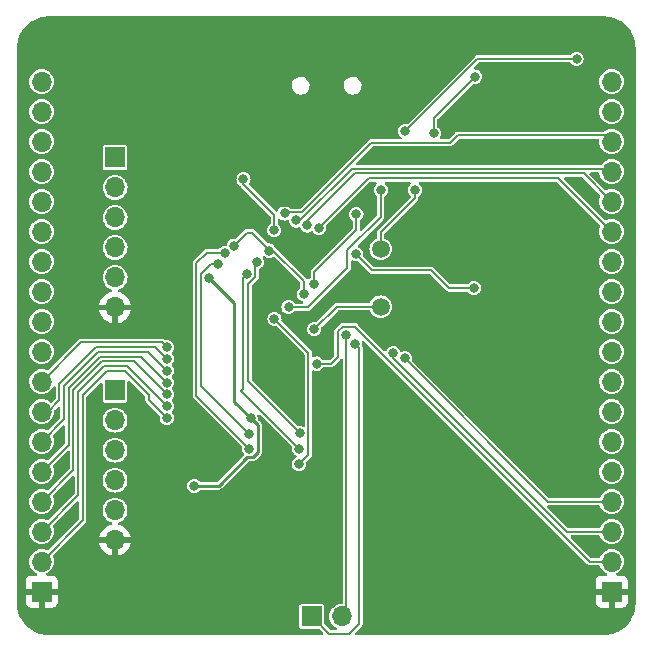
<source format=gbr>
%TF.GenerationSoftware,KiCad,Pcbnew,7.0.9*%
%TF.CreationDate,2024-03-24T12:36:59+01:00*%
%TF.ProjectId,PowerPiNano,506f7765-7250-4694-9e61-6e6f2e6b6963,rev?*%
%TF.SameCoordinates,Original*%
%TF.FileFunction,Copper,L2,Bot*%
%TF.FilePolarity,Positive*%
%FSLAX46Y46*%
G04 Gerber Fmt 4.6, Leading zero omitted, Abs format (unit mm)*
G04 Created by KiCad (PCBNEW 7.0.9) date 2024-03-24 12:36:59*
%MOMM*%
%LPD*%
G01*
G04 APERTURE LIST*
%TA.AperFunction,ComponentPad*%
%ADD10R,1.700000X1.700000*%
%TD*%
%TA.AperFunction,ComponentPad*%
%ADD11O,1.700000X1.700000*%
%TD*%
%TA.AperFunction,ComponentPad*%
%ADD12C,1.500000*%
%TD*%
%TA.AperFunction,ViaPad*%
%ADD13C,0.800000*%
%TD*%
%TA.AperFunction,Conductor*%
%ADD14C,0.200000*%
%TD*%
%TA.AperFunction,Conductor*%
%ADD15C,0.250000*%
%TD*%
G04 APERTURE END LIST*
D10*
%TO.P,J3,1,Pin_1*%
%TO.N,+3V3*%
X130624956Y-91245056D03*
D11*
%TO.P,J3,2,Pin_2*%
%TO.N,GPIO0*%
X130624956Y-93785056D03*
%TO.P,J3,3,Pin_3*%
%TO.N,GPIO1*%
X130624956Y-96325056D03*
%TO.P,J3,4,Pin_4*%
%TO.N,GPIO2*%
X130624956Y-98865056D03*
%TO.P,J3,5,Pin_5*%
%TO.N,GPIO3*%
X130624956Y-101405056D03*
%TO.P,J3,6,Pin_6*%
%TO.N,GND*%
X130624956Y-103945056D03*
%TD*%
D12*
%TO.P,Y1,1,1*%
%TO.N,Net-(C2-Pad2)*%
X153120629Y-99000000D03*
%TO.P,Y1,2,2*%
%TO.N,Net-(U1-XIN)*%
X153120629Y-103880000D03*
%TD*%
D10*
%TO.P,J6,1,Pin_1*%
%TO.N,+3V3*%
X130620629Y-110947500D03*
D11*
%TO.P,J6,2,Pin_2*%
%TO.N,GPIO4*%
X130620629Y-113487500D03*
%TO.P,J6,3,Pin_3*%
%TO.N,GPIO5*%
X130620629Y-116027500D03*
%TO.P,J6,4,Pin_4*%
%TO.N,GPIO6*%
X130620629Y-118567500D03*
%TO.P,J6,5,Pin_5*%
%TO.N,GPIO7*%
X130620629Y-121107500D03*
%TO.P,J6,6,Pin_6*%
%TO.N,GND*%
X130620629Y-123647500D03*
%TD*%
D10*
%TO.P,J1,1,Pin_1*%
%TO.N,/SWDIO*%
X147276371Y-130100000D03*
D11*
%TO.P,J1,2,Pin_2*%
%TO.N,/SWCLK*%
X149816371Y-130100000D03*
%TD*%
D10*
%TO.P,J4,1,Pin_1*%
%TO.N,GND*%
X172671371Y-128000000D03*
D11*
%TO.P,J4,2,Pin_2*%
%TO.N,GPIO15*%
X172671371Y-125460000D03*
%TO.P,J4,3,Pin_3*%
%TO.N,GPIO16*%
X172671371Y-122920000D03*
%TO.P,J4,4,Pin_4*%
%TO.N,GPIO17*%
X172671371Y-120380000D03*
%TO.P,J4,5,Pin_5*%
%TO.N,OUT18*%
X172671371Y-117840000D03*
%TO.P,J4,6,Pin_6*%
%TO.N,OUT19*%
X172671371Y-115300000D03*
%TO.P,J4,7,Pin_7*%
%TO.N,OUT20*%
X172671371Y-112760000D03*
%TO.P,J4,8,Pin_8*%
%TO.N,OUT21*%
X172671371Y-110220000D03*
%TO.P,J4,9,Pin_9*%
%TO.N,OUT22*%
X172671371Y-107680000D03*
%TO.P,J4,10,Pin_10*%
%TO.N,OUT23*%
X172671371Y-105140000D03*
%TO.P,J4,11,Pin_11*%
%TO.N,OUT24*%
X172671371Y-102600000D03*
%TO.P,J4,12,Pin_12*%
%TO.N,OUT25*%
X172671371Y-100060000D03*
%TO.P,J4,13,Pin_13*%
%TO.N,GPIO26_ADC0*%
X172671371Y-97520000D03*
%TO.P,J4,14,Pin_14*%
%TO.N,GPIO27_ADC1*%
X172671371Y-94980000D03*
%TO.P,J4,15,Pin_15*%
%TO.N,GPIO28_ADC2*%
X172671371Y-92440000D03*
%TO.P,J4,16,Pin_16*%
%TO.N,GPIO29_ADC3*%
X172671371Y-89900000D03*
%TO.P,J4,17,Pin_17*%
%TO.N,+3V3*%
X172671371Y-87360000D03*
%TO.P,J4,18,Pin_18*%
%TO.N,RUN*%
X172671371Y-84820000D03*
%TD*%
D10*
%TO.P,J5,1,Pin_1*%
%TO.N,GND*%
X124411371Y-128000000D03*
D11*
%TO.P,J5,2,Pin_2*%
%TO.N,GPIO14*%
X124411371Y-125460000D03*
%TO.P,J5,3,Pin_3*%
%TO.N,GPIO13*%
X124411371Y-122920000D03*
%TO.P,J5,4,Pin_4*%
%TO.N,GPIO12*%
X124411371Y-120380000D03*
%TO.P,J5,5,Pin_5*%
%TO.N,GPIO11*%
X124411371Y-117840000D03*
%TO.P,J5,6,Pin_6*%
%TO.N,GPIO10*%
X124411371Y-115300000D03*
%TO.P,J5,7,Pin_7*%
%TO.N,GPIO9*%
X124411371Y-112760000D03*
%TO.P,J5,8,Pin_8*%
%TO.N,GPIO8*%
X124411371Y-110220000D03*
%TO.P,J5,9,Pin_9*%
%TO.N,GPIO7*%
X124411371Y-107680000D03*
%TO.P,J5,10,Pin_10*%
%TO.N,GPIO6*%
X124411371Y-105140000D03*
%TO.P,J5,11,Pin_11*%
%TO.N,GPIO5*%
X124411371Y-102600000D03*
%TO.P,J5,12,Pin_12*%
%TO.N,GPIO4*%
X124411371Y-100060000D03*
%TO.P,J5,13,Pin_13*%
%TO.N,GPIO3*%
X124411371Y-97520000D03*
%TO.P,J5,14,Pin_14*%
%TO.N,GPIO2*%
X124411371Y-94980000D03*
%TO.P,J5,15,Pin_15*%
%TO.N,GPIO1*%
X124411371Y-92440000D03*
%TO.P,J5,16,Pin_16*%
%TO.N,GPIO0*%
X124411371Y-89900000D03*
%TO.P,J5,17,Pin_17*%
%TO.N,+3V3*%
X124411371Y-87360000D03*
%TO.P,J5,18,Pin_18*%
%TO.N,V_EXT*%
X124411371Y-84820000D03*
%TD*%
D13*
%TO.N,GND*%
X139200500Y-95194709D03*
X144731371Y-101400000D03*
X163347500Y-101866871D03*
X144731371Y-102600000D03*
X163337500Y-84100000D03*
X143531371Y-101400000D03*
X137300000Y-114897000D03*
X148889692Y-97289692D03*
X134900000Y-96200000D03*
X157100000Y-107500000D03*
X163385000Y-90066871D03*
X144131371Y-103200000D03*
X142920629Y-102000000D03*
X163347500Y-113666871D03*
X134700000Y-88110000D03*
X148600000Y-127050000D03*
X146000000Y-88000000D03*
X163347500Y-125566871D03*
X139200000Y-123500000D03*
X157844622Y-95044622D03*
X151400000Y-87700000D03*
X163362500Y-119664500D03*
X145331371Y-102000000D03*
X144220629Y-100700000D03*
X143700000Y-117400000D03*
X143531371Y-102600000D03*
X163347500Y-95966871D03*
X152935686Y-115864314D03*
X145770000Y-82270000D03*
X144131371Y-102000000D03*
X151400000Y-82200000D03*
X163347500Y-107766871D03*
%TO.N,Net-(U1-XIN)*%
X147492878Y-105779180D03*
%TO.N,/+1V1*%
X146600000Y-102800000D03*
X140701356Y-98700000D03*
X143670845Y-99129157D03*
%TO.N,+3V3*%
X144100000Y-97400000D03*
X141500000Y-93100000D03*
%TO.N,/SWDIO*%
X150927384Y-107006755D03*
%TO.N,/SWCLK*%
X150178982Y-106257647D03*
%TO.N,Net-(U1-XOUT)*%
X145315589Y-103926346D03*
X153120629Y-94000000D03*
%TO.N,QSPI_SS*%
X138599500Y-101444622D03*
X142100000Y-113300000D03*
X137320629Y-119047500D03*
%TO.N,GPIO8*%
X134999500Y-107300000D03*
%TO.N,GPIO9*%
X135000214Y-108299502D03*
%TO.N,GPIO10*%
X134999947Y-109299004D03*
%TO.N,GPIO11*%
X135000013Y-110298506D03*
%TO.N,GPIO12*%
X134999997Y-111298008D03*
%TO.N,GPIO13*%
X135000001Y-112297510D03*
%TO.N,GPIO14*%
X135000000Y-113297012D03*
%TO.N,GPIO15*%
X147699500Y-108700000D03*
%TO.N,GPIO16*%
X154177407Y-107822593D03*
%TO.N,GPIO17*%
X155167005Y-108246505D03*
%TO.N,GPIO22*%
X161000000Y-102300000D03*
X151000000Y-99400000D03*
%TO.N,GPIO25*%
X161100000Y-84400000D03*
X157600000Y-89200500D03*
%TO.N,GPIO26_ADC0*%
X147894268Y-97199481D03*
%TO.N,GPIO27_ADC1*%
X146900000Y-97000000D03*
%TO.N,GPIO28_ADC2*%
X145955057Y-96580724D03*
%TO.N,GPIO29_ADC3*%
X144973558Y-95984314D03*
%TO.N,QSPI_SD3*%
X142628595Y-100107453D03*
X146300000Y-114600000D03*
%TO.N,QSPI_SCLK*%
X146200000Y-115900000D03*
X141787738Y-101071810D03*
%TO.N,QSPI_SD0*%
X144120129Y-104900000D03*
X146200000Y-117200000D03*
%TO.N,QSPI_SD2*%
X142000000Y-115900000D03*
X139899123Y-99310037D03*
%TO.N,QSPI_SD1*%
X139350903Y-100227068D03*
X142000000Y-114700000D03*
%TO.N,Net-(C2-Pad2)*%
X156000000Y-94000000D03*
%TO.N,RUN*%
X169700000Y-82900000D03*
X147484912Y-101950829D03*
X155200000Y-89000000D03*
X151059961Y-96059962D03*
%TD*%
D14*
%TO.N,Net-(U1-XIN)*%
X147492878Y-105779180D02*
X149392058Y-103880000D01*
X149392058Y-103880000D02*
X153120629Y-103880000D01*
%TO.N,/+1V1*%
X146600000Y-102800000D02*
X146600000Y-101700000D01*
X146600000Y-101700000D02*
X144029157Y-99129157D01*
X140701356Y-98700000D02*
X141801356Y-97600000D01*
X141801356Y-97600000D02*
X142220629Y-97600000D01*
X146600000Y-102800000D02*
X146700000Y-102800000D01*
X143670845Y-99050216D02*
X143670845Y-99129157D01*
X142220629Y-97600000D02*
X143670845Y-99050216D01*
X144029157Y-99129157D02*
X143670845Y-99129157D01*
%TO.N,+3V3*%
X144100000Y-96100000D02*
X141500000Y-93500000D01*
X141500000Y-93500000D02*
X141500000Y-93100000D01*
X144100000Y-97400000D02*
X144100000Y-96100000D01*
%TO.N,/SWDIO*%
X148746371Y-131570000D02*
X147276371Y-130100000D01*
X150441371Y-131570000D02*
X148746371Y-131570000D01*
X151281371Y-130730000D02*
X150441371Y-131570000D01*
X151281371Y-107360742D02*
X151281371Y-130730000D01*
X150927384Y-107006755D02*
X151281371Y-107360742D01*
%TO.N,/SWCLK*%
X150220629Y-129695742D02*
X149816371Y-130100000D01*
X150178982Y-106257647D02*
X150220629Y-106299294D01*
X150220629Y-106299294D02*
X150220629Y-129695742D01*
%TO.N,Net-(U1-XOUT)*%
X146973654Y-103926346D02*
X150300000Y-100600000D01*
X153120629Y-96289421D02*
X153120629Y-94000000D01*
X150300000Y-100600000D02*
X150300000Y-99110050D01*
X145315589Y-103926346D02*
X146973654Y-103926346D01*
X150300000Y-99110050D02*
X153120629Y-96289421D01*
D15*
%TO.N,QSPI_SS*%
X137320629Y-119047500D02*
X139398434Y-119047500D01*
X138599500Y-101444622D02*
X140720629Y-103565751D01*
X140720629Y-111920629D02*
X142100000Y-113300000D01*
X142300305Y-116625000D02*
X142725000Y-116200305D01*
X140720629Y-103565751D02*
X140720629Y-111920629D01*
X142725000Y-116200305D02*
X142725000Y-113925000D01*
X142725000Y-113925000D02*
X142100000Y-113300000D01*
X141820934Y-116625000D02*
X142300305Y-116625000D01*
X139398434Y-119047500D02*
X141820934Y-116625000D01*
D14*
%TO.N,GPIO8*%
X127731371Y-106900000D02*
X124411371Y-110220000D01*
X134599500Y-106900000D02*
X127731371Y-106900000D01*
X134999500Y-107300000D02*
X134599500Y-106900000D01*
%TO.N,GPIO9*%
X134000712Y-107300000D02*
X129000000Y-107300000D01*
X124940000Y-112760000D02*
X124411371Y-112760000D01*
X129000000Y-107300000D02*
X125900000Y-110400000D01*
X125900000Y-110400000D02*
X125900000Y-111800000D01*
X135000214Y-108299502D02*
X134000712Y-107300000D01*
X125900000Y-111800000D02*
X124940000Y-112760000D01*
%TO.N,GPIO10*%
X126300000Y-113411371D02*
X124411371Y-115300000D01*
X126300000Y-110565686D02*
X126300000Y-113411371D01*
X134999947Y-109299004D02*
X133400943Y-107700000D01*
X129165686Y-107700000D02*
X126300000Y-110565686D01*
X133400943Y-107700000D02*
X129165686Y-107700000D01*
%TO.N,GPIO11*%
X135000013Y-110298506D02*
X132801507Y-108100000D01*
X132801507Y-108100000D02*
X129331372Y-108100000D01*
X126700000Y-115551371D02*
X124411371Y-117840000D01*
X129331372Y-108100000D02*
X126700000Y-110731372D01*
X126700000Y-110731372D02*
X126700000Y-115551371D01*
%TO.N,GPIO12*%
X127100000Y-117691371D02*
X124411371Y-120380000D01*
X127100000Y-110897058D02*
X127100000Y-117691371D01*
X134999997Y-111298008D02*
X132201989Y-108500000D01*
X132201989Y-108500000D02*
X129497058Y-108500000D01*
X129497058Y-108500000D02*
X127100000Y-110897058D01*
%TO.N,GPIO13*%
X127500000Y-111062744D02*
X127500000Y-119831371D01*
X135000001Y-112297510D02*
X131602491Y-108900000D01*
X127500000Y-119831371D02*
X124411371Y-122920000D01*
X129662744Y-108900000D02*
X127500000Y-111062744D01*
X131602491Y-108900000D02*
X129662744Y-108900000D01*
%TO.N,GPIO14*%
X133500000Y-111797012D02*
X133500000Y-111363195D01*
X131436805Y-109300000D02*
X129968129Y-109300000D01*
X127900000Y-121971371D02*
X124411371Y-125460000D01*
X135000000Y-113297012D02*
X133500000Y-111797012D01*
X127900000Y-111368129D02*
X127900000Y-121971371D01*
X129968129Y-109300000D02*
X127900000Y-111368129D01*
X133500000Y-111363195D02*
X131436805Y-109300000D01*
%TO.N,GPIO15*%
X170825570Y-125460000D02*
X172671371Y-125460000D01*
X147699500Y-108700000D02*
X148900000Y-108700000D01*
X149478982Y-105967697D02*
X149889032Y-105557647D01*
X150923217Y-105557647D02*
X170825570Y-125460000D01*
X149889032Y-105557647D02*
X150923217Y-105557647D01*
X149478982Y-108121018D02*
X149478982Y-105967697D01*
X148900000Y-108700000D02*
X149478982Y-108121018D01*
%TO.N,GPIO16*%
X154177407Y-107822593D02*
X154177407Y-108246151D01*
X168851256Y-122920000D02*
X172671371Y-122920000D01*
X154177407Y-108246151D02*
X168851256Y-122920000D01*
%TO.N,GPIO17*%
X155167005Y-108246505D02*
X167300500Y-120380000D01*
X167300500Y-120380000D02*
X172671371Y-120380000D01*
%TO.N,GPIO22*%
X152400000Y-100800000D02*
X157400000Y-100800000D01*
X158900000Y-102300000D02*
X161000000Y-102300000D01*
X151000000Y-99400000D02*
X152400000Y-100800000D01*
X157400000Y-100800000D02*
X158900000Y-102300000D01*
%TO.N,GPIO25*%
X157600000Y-87900000D02*
X161100000Y-84400000D01*
X157600000Y-89200500D02*
X157600000Y-87900000D01*
%TO.N,GPIO26_ADC0*%
X168151371Y-93000000D02*
X172671371Y-97520000D01*
X147894268Y-97199481D02*
X152093749Y-93000000D01*
X152093749Y-93000000D02*
X168151371Y-93000000D01*
%TO.N,GPIO27_ADC1*%
X150925731Y-92600000D02*
X170291371Y-92600000D01*
X146900000Y-97000000D02*
X146900000Y-96625731D01*
X170291371Y-92600000D02*
X172671371Y-94980000D01*
X146900000Y-96625731D02*
X150925731Y-92600000D01*
%TO.N,GPIO28_ADC2*%
X150694356Y-92200000D02*
X172431371Y-92200000D01*
X145955057Y-96580724D02*
X146313632Y-96580724D01*
X146313632Y-96580724D02*
X150694356Y-92200000D01*
X172431371Y-92200000D02*
X172671371Y-92440000D01*
%TO.N,GPIO29_ADC3*%
X146447446Y-95881224D02*
X152328670Y-90000000D01*
X159623609Y-89366871D02*
X172138242Y-89366871D01*
X144973558Y-95984314D02*
X145076648Y-95881224D01*
X145076648Y-95881224D02*
X146447446Y-95881224D01*
X172138242Y-89366871D02*
X172671371Y-89900000D01*
X152328670Y-90000000D02*
X158990480Y-90000000D01*
X158990480Y-90000000D02*
X159623609Y-89366871D01*
%TO.N,QSPI_SD3*%
X141900000Y-101949498D02*
X141900000Y-110200000D01*
X142628595Y-100107453D02*
X142500000Y-100236048D01*
X141900000Y-110200000D02*
X146300000Y-114600000D01*
X142628595Y-100107453D02*
X142679597Y-100056451D01*
X142500000Y-101349498D02*
X141900000Y-101949498D01*
X142500000Y-100236048D02*
X142500000Y-101349498D01*
X142628595Y-100107453D02*
X142671321Y-100064727D01*
%TO.N,QSPI_SCLK*%
X141500000Y-101359548D02*
X141500000Y-110841258D01*
X141320629Y-111020629D02*
X141500000Y-111200000D01*
X141787738Y-101071810D02*
X141500000Y-101359548D01*
X141320629Y-111020629D02*
X141400000Y-111100000D01*
X141400000Y-111100000D02*
X146200000Y-115900000D01*
X141500000Y-110841258D02*
X141320629Y-111020629D01*
X141400000Y-111100000D02*
X141500000Y-111200000D01*
%TO.N,QSPI_SD0*%
X144120129Y-104900000D02*
X147000000Y-107779871D01*
X147000000Y-109100500D02*
X147000000Y-116400000D01*
X147000000Y-107779871D02*
X147000000Y-109300000D01*
X147000000Y-116400000D02*
X146200000Y-117200000D01*
%TO.N,QSPI_SD2*%
X138389963Y-99310037D02*
X137500000Y-100200000D01*
X139899123Y-99310037D02*
X138389963Y-99310037D01*
X137500000Y-111400000D02*
X142000000Y-115900000D01*
X137500000Y-100200000D02*
X137500000Y-111400000D01*
%TO.N,QSPI_SD1*%
X138772932Y-100227068D02*
X137900000Y-101100000D01*
X137900000Y-101100000D02*
X137900000Y-110600000D01*
X139350903Y-100227068D02*
X138772932Y-100227068D01*
X137900000Y-110600000D02*
X142000000Y-114700000D01*
%TO.N,Net-(C2-Pad2)*%
X153120629Y-97579371D02*
X156000000Y-94700000D01*
X156000000Y-94700000D02*
X156000000Y-94000000D01*
X153120629Y-99000000D02*
X153120629Y-97579371D01*
%TO.N,RUN*%
X155200000Y-89000000D02*
X161300000Y-82900000D01*
X161300000Y-82900000D02*
X169700000Y-82900000D01*
X147484912Y-100926973D02*
X151059961Y-97351924D01*
X151059961Y-97351924D02*
X151059961Y-96059962D01*
X147484912Y-101950829D02*
X147484912Y-100926973D01*
%TD*%
%TA.AperFunction,Conductor*%
%TO.N,GND*%
G36*
X172001735Y-79300598D02*
G01*
X172142940Y-79308527D01*
X172298780Y-79317279D01*
X172305670Y-79318055D01*
X172554372Y-79360311D01*
X172597257Y-79367598D01*
X172604041Y-79369146D01*
X172888242Y-79451023D01*
X172894809Y-79453322D01*
X173031428Y-79509911D01*
X173168060Y-79566505D01*
X173174309Y-79569515D01*
X173343444Y-79662992D01*
X173433170Y-79712582D01*
X173439062Y-79716284D01*
X173680268Y-79887429D01*
X173685708Y-79891767D01*
X173906236Y-80088843D01*
X173911156Y-80093763D01*
X174108232Y-80314291D01*
X174112570Y-80319731D01*
X174283715Y-80560937D01*
X174287417Y-80566829D01*
X174430480Y-80825682D01*
X174433499Y-80831951D01*
X174546677Y-81105190D01*
X174548976Y-81111757D01*
X174630853Y-81395958D01*
X174632401Y-81402742D01*
X174681942Y-81694315D01*
X174682721Y-81701229D01*
X174699402Y-81998264D01*
X174699500Y-82001741D01*
X174699500Y-128998258D01*
X174699402Y-129001735D01*
X174682721Y-129298770D01*
X174681942Y-129305684D01*
X174632401Y-129597257D01*
X174630853Y-129604041D01*
X174548976Y-129888242D01*
X174546677Y-129894809D01*
X174433499Y-130168048D01*
X174430480Y-130174317D01*
X174287417Y-130433170D01*
X174283715Y-130439062D01*
X174112570Y-130680268D01*
X174108232Y-130685708D01*
X173911156Y-130906236D01*
X173906236Y-130911156D01*
X173685708Y-131108232D01*
X173680268Y-131112570D01*
X173439062Y-131283715D01*
X173433170Y-131287417D01*
X173174317Y-131430480D01*
X173168048Y-131433499D01*
X172894809Y-131546677D01*
X172888242Y-131548976D01*
X172604041Y-131630853D01*
X172597257Y-131632401D01*
X172305684Y-131681942D01*
X172298770Y-131682721D01*
X172001735Y-131699402D01*
X171998258Y-131699500D01*
X151036204Y-131699500D01*
X150969165Y-131679815D01*
X150923410Y-131627011D01*
X150913466Y-131557853D01*
X150942491Y-131494297D01*
X150948523Y-131487819D01*
X151186526Y-131249815D01*
X151449430Y-130986910D01*
X151455903Y-130981279D01*
X151465595Y-130973959D01*
X151465599Y-130973958D01*
X151497830Y-130938600D01*
X151499738Y-130936602D01*
X151513545Y-130922797D01*
X151515055Y-130920592D01*
X151520394Y-130913851D01*
X151527336Y-130906236D01*
X151541287Y-130890933D01*
X151543787Y-130884478D01*
X151557120Y-130859182D01*
X151561027Y-130853481D01*
X151568128Y-130823285D01*
X151570663Y-130815101D01*
X151581871Y-130786173D01*
X151581871Y-130779248D01*
X151585166Y-130750855D01*
X151586749Y-130744123D01*
X151586750Y-130744119D01*
X151582466Y-130713408D01*
X151581871Y-130704833D01*
X151581871Y-107423580D01*
X151582466Y-107415004D01*
X151584142Y-107402981D01*
X151584144Y-107402977D01*
X151581937Y-107355232D01*
X151581871Y-107352369D01*
X151581871Y-107332901D01*
X151581870Y-107332895D01*
X151581380Y-107330275D01*
X151580387Y-107321722D01*
X151579383Y-107299998D01*
X151578956Y-107290750D01*
X151576159Y-107284417D01*
X151567703Y-107257110D01*
X151566432Y-107250309D01*
X151550107Y-107223944D01*
X151546106Y-107216354D01*
X151533577Y-107187977D01*
X151533576Y-107187976D01*
X151528935Y-107177464D01*
X151532952Y-107175690D01*
X151518334Y-107131130D01*
X151519333Y-107111061D01*
X151533066Y-107006755D01*
X151517934Y-106891818D01*
X151528699Y-106822787D01*
X151575079Y-106770531D01*
X151642348Y-106751645D01*
X151709148Y-106772125D01*
X151728553Y-106787954D01*
X161169706Y-116229108D01*
X170568651Y-125628053D01*
X170574293Y-125634537D01*
X170581609Y-125644224D01*
X170581610Y-125644225D01*
X170581612Y-125644228D01*
X170605420Y-125665932D01*
X170616934Y-125676429D01*
X170618982Y-125678384D01*
X170632773Y-125692175D01*
X170634233Y-125693175D01*
X170634989Y-125693693D01*
X170641728Y-125699031D01*
X170664633Y-125719913D01*
X170664635Y-125719914D01*
X170664637Y-125719916D01*
X170671093Y-125722417D01*
X170696377Y-125735743D01*
X170702090Y-125739657D01*
X170716784Y-125743112D01*
X170732268Y-125746755D01*
X170740481Y-125749298D01*
X170769396Y-125760500D01*
X170769397Y-125760500D01*
X170776323Y-125760500D01*
X170804711Y-125763793D01*
X170811452Y-125765379D01*
X170842164Y-125761094D01*
X170850738Y-125760500D01*
X171572792Y-125760500D01*
X171639831Y-125780185D01*
X171685586Y-125832989D01*
X171691452Y-125848503D01*
X171696139Y-125863954D01*
X171793686Y-126046450D01*
X171793688Y-126046452D01*
X171924960Y-126206410D01*
X172021580Y-126285702D01*
X172084921Y-126337685D01*
X172232638Y-126416642D01*
X172282482Y-126465605D01*
X172297942Y-126533743D01*
X172274110Y-126599422D01*
X172218552Y-126641791D01*
X172174184Y-126650000D01*
X171773526Y-126650000D01*
X171713998Y-126656401D01*
X171713991Y-126656403D01*
X171579284Y-126706645D01*
X171579277Y-126706649D01*
X171464183Y-126792809D01*
X171464180Y-126792812D01*
X171378020Y-126907906D01*
X171378016Y-126907913D01*
X171327774Y-127042620D01*
X171327772Y-127042627D01*
X171321371Y-127102155D01*
X171321371Y-127750000D01*
X172237685Y-127750000D01*
X172211878Y-127790156D01*
X172171371Y-127928111D01*
X172171371Y-128071889D01*
X172211878Y-128209844D01*
X172237685Y-128250000D01*
X171321371Y-128250000D01*
X171321371Y-128897844D01*
X171327772Y-128957372D01*
X171327774Y-128957379D01*
X171378016Y-129092086D01*
X171378020Y-129092093D01*
X171464180Y-129207187D01*
X171464183Y-129207190D01*
X171579277Y-129293350D01*
X171579284Y-129293354D01*
X171713991Y-129343596D01*
X171713998Y-129343598D01*
X171773526Y-129349999D01*
X171773543Y-129350000D01*
X172421371Y-129350000D01*
X172421371Y-128435501D01*
X172529056Y-128484680D01*
X172635608Y-128500000D01*
X172707134Y-128500000D01*
X172813686Y-128484680D01*
X172921371Y-128435501D01*
X172921371Y-129350000D01*
X173569199Y-129350000D01*
X173569215Y-129349999D01*
X173628743Y-129343598D01*
X173628750Y-129343596D01*
X173763457Y-129293354D01*
X173763464Y-129293350D01*
X173878558Y-129207190D01*
X173878561Y-129207187D01*
X173964721Y-129092093D01*
X173964725Y-129092086D01*
X174014967Y-128957379D01*
X174014969Y-128957372D01*
X174021370Y-128897844D01*
X174021371Y-128897827D01*
X174021371Y-128250000D01*
X173105057Y-128250000D01*
X173130864Y-128209844D01*
X173171371Y-128071889D01*
X173171371Y-127928111D01*
X173130864Y-127790156D01*
X173105057Y-127750000D01*
X174021371Y-127750000D01*
X174021371Y-127102172D01*
X174021370Y-127102155D01*
X174014969Y-127042627D01*
X174014967Y-127042620D01*
X173964725Y-126907913D01*
X173964721Y-126907906D01*
X173878561Y-126792812D01*
X173878558Y-126792809D01*
X173763464Y-126706649D01*
X173763457Y-126706645D01*
X173628750Y-126656403D01*
X173628743Y-126656401D01*
X173569215Y-126650000D01*
X173168558Y-126650000D01*
X173101519Y-126630315D01*
X173055764Y-126577511D01*
X173045820Y-126508353D01*
X173074845Y-126444797D01*
X173110104Y-126416642D01*
X173257821Y-126337685D01*
X173417781Y-126206410D01*
X173549056Y-126046450D01*
X173646603Y-125863954D01*
X173706671Y-125665934D01*
X173726954Y-125460000D01*
X173706671Y-125254066D01*
X173646603Y-125056046D01*
X173549056Y-124873550D01*
X173497073Y-124810209D01*
X173417781Y-124713589D01*
X173257823Y-124582317D01*
X173257824Y-124582317D01*
X173257821Y-124582315D01*
X173075325Y-124484768D01*
X172877305Y-124424700D01*
X172877303Y-124424699D01*
X172877305Y-124424699D01*
X172671371Y-124404417D01*
X172465438Y-124424699D01*
X172267414Y-124484769D01*
X172157269Y-124543643D01*
X172084921Y-124582315D01*
X172084919Y-124582316D01*
X172084918Y-124582317D01*
X171924960Y-124713589D01*
X171793688Y-124873547D01*
X171696140Y-125056043D01*
X171696139Y-125056046D01*
X171691452Y-125071497D01*
X171653154Y-125129935D01*
X171589341Y-125158391D01*
X171572792Y-125159500D01*
X171001403Y-125159500D01*
X170934364Y-125139815D01*
X170913722Y-125123181D01*
X169222722Y-123432181D01*
X169189237Y-123370858D01*
X169194221Y-123301166D01*
X169236093Y-123245233D01*
X169301557Y-123220816D01*
X169310403Y-123220500D01*
X171572792Y-123220500D01*
X171639831Y-123240185D01*
X171685586Y-123292989D01*
X171691452Y-123308503D01*
X171696139Y-123323954D01*
X171793686Y-123506450D01*
X171793688Y-123506452D01*
X171924960Y-123666410D01*
X171989516Y-123719389D01*
X172084921Y-123797685D01*
X172267417Y-123895232D01*
X172465437Y-123955300D01*
X172465436Y-123955300D01*
X172483900Y-123957118D01*
X172671371Y-123975583D01*
X172877305Y-123955300D01*
X173075325Y-123895232D01*
X173257821Y-123797685D01*
X173417781Y-123666410D01*
X173549056Y-123506450D01*
X173646603Y-123323954D01*
X173706671Y-123125934D01*
X173726954Y-122920000D01*
X173706671Y-122714066D01*
X173646603Y-122516046D01*
X173549056Y-122333550D01*
X173462676Y-122228295D01*
X173417781Y-122173589D01*
X173279954Y-122060479D01*
X173257821Y-122042315D01*
X173086077Y-121950515D01*
X173075327Y-121944769D01*
X173075326Y-121944768D01*
X173075325Y-121944768D01*
X172877305Y-121884700D01*
X172877303Y-121884699D01*
X172877305Y-121884699D01*
X172671371Y-121864417D01*
X172465438Y-121884699D01*
X172267414Y-121944769D01*
X172157269Y-122003643D01*
X172084921Y-122042315D01*
X172084919Y-122042316D01*
X172084918Y-122042317D01*
X171924960Y-122173589D01*
X171799492Y-122326475D01*
X171793686Y-122333550D01*
X171755014Y-122405898D01*
X171696140Y-122516043D01*
X171696139Y-122516046D01*
X171691452Y-122531497D01*
X171653154Y-122589935D01*
X171589341Y-122618391D01*
X171572792Y-122619500D01*
X169027089Y-122619500D01*
X168960050Y-122599815D01*
X168939408Y-122583181D01*
X167248408Y-120892181D01*
X167214923Y-120830858D01*
X167219907Y-120761166D01*
X167261779Y-120705233D01*
X167327243Y-120680816D01*
X167336089Y-120680500D01*
X171572792Y-120680500D01*
X171639831Y-120700185D01*
X171685586Y-120752989D01*
X171691452Y-120768503D01*
X171696139Y-120783954D01*
X171793686Y-120966450D01*
X171793688Y-120966452D01*
X171924960Y-121126410D01*
X172021580Y-121205702D01*
X172084921Y-121257685D01*
X172267417Y-121355232D01*
X172465437Y-121415300D01*
X172465436Y-121415300D01*
X172483900Y-121417118D01*
X172671371Y-121435583D01*
X172877305Y-121415300D01*
X173075325Y-121355232D01*
X173257821Y-121257685D01*
X173417781Y-121126410D01*
X173549056Y-120966450D01*
X173646603Y-120783954D01*
X173706671Y-120585934D01*
X173726954Y-120380000D01*
X173706671Y-120174066D01*
X173646603Y-119976046D01*
X173549056Y-119793550D01*
X173497073Y-119730209D01*
X173417781Y-119633589D01*
X173257823Y-119502317D01*
X173257824Y-119502317D01*
X173257821Y-119502315D01*
X173075325Y-119404768D01*
X172877305Y-119344700D01*
X172877303Y-119344699D01*
X172877305Y-119344699D01*
X172671371Y-119324417D01*
X172465438Y-119344699D01*
X172267414Y-119404769D01*
X172157269Y-119463643D01*
X172084921Y-119502315D01*
X172084919Y-119502316D01*
X172084918Y-119502317D01*
X171924960Y-119633589D01*
X171793688Y-119793547D01*
X171793686Y-119793550D01*
X171755014Y-119865898D01*
X171696140Y-119976043D01*
X171696139Y-119976046D01*
X171691452Y-119991497D01*
X171653154Y-120049935D01*
X171589341Y-120078391D01*
X171572792Y-120079500D01*
X167476333Y-120079500D01*
X167409294Y-120059815D01*
X167388652Y-120043181D01*
X165185471Y-117840000D01*
X171615788Y-117840000D01*
X171636070Y-118045932D01*
X171636071Y-118045934D01*
X171696139Y-118243954D01*
X171793686Y-118426450D01*
X171793688Y-118426452D01*
X171924960Y-118586410D01*
X171964939Y-118619219D01*
X172084921Y-118717685D01*
X172267417Y-118815232D01*
X172465437Y-118875300D01*
X172465436Y-118875300D01*
X172483900Y-118877118D01*
X172671371Y-118895583D01*
X172877305Y-118875300D01*
X173075325Y-118815232D01*
X173257821Y-118717685D01*
X173417781Y-118586410D01*
X173549056Y-118426450D01*
X173646603Y-118243954D01*
X173706671Y-118045934D01*
X173726954Y-117840000D01*
X173706671Y-117634066D01*
X173646603Y-117436046D01*
X173549056Y-117253550D01*
X173497073Y-117190209D01*
X173417781Y-117093589D01*
X173257823Y-116962317D01*
X173257824Y-116962317D01*
X173257821Y-116962315D01*
X173075325Y-116864768D01*
X172877305Y-116804700D01*
X172877303Y-116804699D01*
X172877305Y-116804699D01*
X172671371Y-116784417D01*
X172465438Y-116804699D01*
X172267414Y-116864769D01*
X172157269Y-116923643D01*
X172084921Y-116962315D01*
X172084919Y-116962316D01*
X172084918Y-116962317D01*
X171924960Y-117093589D01*
X171793688Y-117253547D01*
X171793686Y-117253550D01*
X171755014Y-117325898D01*
X171696140Y-117436043D01*
X171636070Y-117634067D01*
X171615788Y-117840000D01*
X165185471Y-117840000D01*
X162645471Y-115300000D01*
X171615788Y-115300000D01*
X171636070Y-115505932D01*
X171636071Y-115505934D01*
X171696139Y-115703954D01*
X171793686Y-115886450D01*
X171804806Y-115900000D01*
X171924960Y-116046410D01*
X172021580Y-116125702D01*
X172084921Y-116177685D01*
X172267417Y-116275232D01*
X172465437Y-116335300D01*
X172465436Y-116335300D01*
X172483900Y-116337118D01*
X172671371Y-116355583D01*
X172877305Y-116335300D01*
X173075325Y-116275232D01*
X173257821Y-116177685D01*
X173417781Y-116046410D01*
X173549056Y-115886450D01*
X173646603Y-115703954D01*
X173706671Y-115505934D01*
X173726954Y-115300000D01*
X173706671Y-115094066D01*
X173646603Y-114896046D01*
X173549056Y-114713550D01*
X173497073Y-114650209D01*
X173417781Y-114553589D01*
X173257823Y-114422317D01*
X173257824Y-114422317D01*
X173257821Y-114422315D01*
X173075325Y-114324768D01*
X172877305Y-114264700D01*
X172877303Y-114264699D01*
X172877305Y-114264699D01*
X172671371Y-114244417D01*
X172465438Y-114264699D01*
X172267414Y-114324769D01*
X172157269Y-114383643D01*
X172084921Y-114422315D01*
X172084919Y-114422316D01*
X172084918Y-114422317D01*
X171924960Y-114553589D01*
X171804806Y-114700000D01*
X171793686Y-114713550D01*
X171770589Y-114756762D01*
X171696140Y-114896043D01*
X171636070Y-115094067D01*
X171615788Y-115300000D01*
X162645471Y-115300000D01*
X160105471Y-112760000D01*
X171615788Y-112760000D01*
X171636070Y-112965932D01*
X171636071Y-112965934D01*
X171696139Y-113163954D01*
X171793686Y-113346450D01*
X171793688Y-113346452D01*
X171924960Y-113506410D01*
X172016732Y-113581724D01*
X172084921Y-113637685D01*
X172267417Y-113735232D01*
X172465437Y-113795300D01*
X172465436Y-113795300D01*
X172483900Y-113797118D01*
X172671371Y-113815583D01*
X172877305Y-113795300D01*
X173075325Y-113735232D01*
X173257821Y-113637685D01*
X173417781Y-113506410D01*
X173549056Y-113346450D01*
X173646603Y-113163954D01*
X173706671Y-112965934D01*
X173726954Y-112760000D01*
X173706671Y-112554066D01*
X173646603Y-112356046D01*
X173549056Y-112173550D01*
X173483328Y-112093460D01*
X173417781Y-112013589D01*
X173288442Y-111907445D01*
X173257821Y-111882315D01*
X173087925Y-111791502D01*
X173075327Y-111784769D01*
X173075326Y-111784768D01*
X173075325Y-111784768D01*
X172877305Y-111724700D01*
X172877303Y-111724699D01*
X172877305Y-111724699D01*
X172671371Y-111704417D01*
X172465438Y-111724699D01*
X172267414Y-111784769D01*
X172206644Y-111817252D01*
X172084921Y-111882315D01*
X172084919Y-111882316D01*
X172084918Y-111882317D01*
X171924960Y-112013589D01*
X171793688Y-112173547D01*
X171696140Y-112356043D01*
X171636070Y-112554067D01*
X171615788Y-112760000D01*
X160105471Y-112760000D01*
X157565471Y-110220000D01*
X171615788Y-110220000D01*
X171636070Y-110425932D01*
X171644969Y-110455268D01*
X171696139Y-110623954D01*
X171793686Y-110806450D01*
X171803139Y-110817968D01*
X171924960Y-110966410D01*
X171999077Y-111027235D01*
X172084921Y-111097685D01*
X172267417Y-111195232D01*
X172465437Y-111255300D01*
X172465436Y-111255300D01*
X172483900Y-111257118D01*
X172671371Y-111275583D01*
X172877305Y-111255300D01*
X173075325Y-111195232D01*
X173257821Y-111097685D01*
X173417781Y-110966410D01*
X173549056Y-110806450D01*
X173646603Y-110623954D01*
X173706671Y-110425934D01*
X173726954Y-110220000D01*
X173706671Y-110014066D01*
X173646603Y-109816046D01*
X173549056Y-109633550D01*
X173497073Y-109570209D01*
X173417781Y-109473589D01*
X173300048Y-109376969D01*
X173257821Y-109342315D01*
X173075325Y-109244768D01*
X172877305Y-109184700D01*
X172877303Y-109184699D01*
X172877305Y-109184699D01*
X172671371Y-109164417D01*
X172465438Y-109184699D01*
X172267414Y-109244769D01*
X172165953Y-109299002D01*
X172084921Y-109342315D01*
X172084919Y-109342316D01*
X172084918Y-109342317D01*
X171924960Y-109473589D01*
X171793688Y-109633547D01*
X171696140Y-109816043D01*
X171636070Y-110014067D01*
X171615788Y-110220000D01*
X157565471Y-110220000D01*
X155794903Y-108449432D01*
X155761418Y-108388109D01*
X155759645Y-108345568D01*
X155772687Y-108246505D01*
X155752049Y-108089743D01*
X155691541Y-107943664D01*
X155595287Y-107818223D01*
X155469846Y-107721969D01*
X155440286Y-107709725D01*
X155368524Y-107680000D01*
X171615788Y-107680000D01*
X171636070Y-107885932D01*
X171636071Y-107885934D01*
X171696139Y-108083954D01*
X171793686Y-108266450D01*
X171798010Y-108271719D01*
X171924960Y-108426410D01*
X171961338Y-108456264D01*
X172084921Y-108557685D01*
X172267417Y-108655232D01*
X172465437Y-108715300D01*
X172465436Y-108715300D01*
X172483900Y-108717118D01*
X172671371Y-108735583D01*
X172877305Y-108715300D01*
X173075325Y-108655232D01*
X173257821Y-108557685D01*
X173417781Y-108426410D01*
X173549056Y-108266450D01*
X173646603Y-108083954D01*
X173706671Y-107885934D01*
X173726954Y-107680000D01*
X173706671Y-107474066D01*
X173646603Y-107276046D01*
X173549056Y-107093550D01*
X173477825Y-107006754D01*
X173417781Y-106933589D01*
X173257823Y-106802317D01*
X173257824Y-106802317D01*
X173257821Y-106802315D01*
X173075325Y-106704768D01*
X172877305Y-106644700D01*
X172877303Y-106644699D01*
X172877305Y-106644699D01*
X172671371Y-106624417D01*
X172465438Y-106644699D01*
X172340476Y-106682606D01*
X172270233Y-106703914D01*
X172267414Y-106704769D01*
X172179717Y-106751645D01*
X172084921Y-106802315D01*
X172084919Y-106802316D01*
X172084918Y-106802317D01*
X171924960Y-106933589D01*
X171793688Y-107093547D01*
X171793686Y-107093550D01*
X171756477Y-107163163D01*
X171696140Y-107276043D01*
X171636070Y-107474067D01*
X171615788Y-107680000D01*
X155368524Y-107680000D01*
X155323767Y-107661461D01*
X155323765Y-107661460D01*
X155167006Y-107640823D01*
X155167004Y-107640823D01*
X155010244Y-107661460D01*
X155010239Y-107661462D01*
X154911754Y-107702256D01*
X154842285Y-107709725D01*
X154779806Y-107678450D01*
X154749741Y-107635147D01*
X154737417Y-107605395D01*
X154715009Y-107551296D01*
X154701944Y-107519754D01*
X154701943Y-107519753D01*
X154701943Y-107519752D01*
X154605689Y-107394311D01*
X154480248Y-107298057D01*
X154462607Y-107290750D01*
X154334169Y-107237549D01*
X154334167Y-107237548D01*
X154177408Y-107216911D01*
X154177406Y-107216911D01*
X154020646Y-107237548D01*
X154020644Y-107237549D01*
X153874567Y-107298056D01*
X153749125Y-107394311D01*
X153652870Y-107519753D01*
X153623550Y-107590539D01*
X153579709Y-107644942D01*
X153513415Y-107667007D01*
X153445715Y-107649728D01*
X153421308Y-107630767D01*
X151180139Y-105389598D01*
X151174495Y-105383112D01*
X151167173Y-105373417D01*
X151131841Y-105341207D01*
X151129790Y-105339249D01*
X151116014Y-105325473D01*
X151113803Y-105323958D01*
X151107070Y-105318625D01*
X151084150Y-105297731D01*
X151077687Y-105295227D01*
X151052409Y-105281903D01*
X151046698Y-105277991D01*
X151046695Y-105277990D01*
X151046696Y-105277990D01*
X151016519Y-105270891D01*
X151008311Y-105268350D01*
X150979390Y-105257147D01*
X150972466Y-105257147D01*
X150944075Y-105253853D01*
X150937336Y-105252268D01*
X150906626Y-105256552D01*
X150898051Y-105257147D01*
X149951873Y-105257147D01*
X149943299Y-105256552D01*
X149931270Y-105254874D01*
X149931267Y-105254874D01*
X149906251Y-105256030D01*
X149883522Y-105257081D01*
X149880659Y-105257147D01*
X149861187Y-105257147D01*
X149860239Y-105257324D01*
X149858547Y-105257640D01*
X149850019Y-105258629D01*
X149820829Y-105259979D01*
X149819040Y-105260062D01*
X149812695Y-105262862D01*
X149785412Y-105271312D01*
X149778600Y-105272585D01*
X149778599Y-105272586D01*
X149773586Y-105275690D01*
X149752238Y-105288907D01*
X149744639Y-105292912D01*
X149716267Y-105305440D01*
X149711368Y-105310340D01*
X149688974Y-105328078D01*
X149683080Y-105331727D01*
X149664391Y-105356474D01*
X149658750Y-105362957D01*
X149310930Y-105710777D01*
X149304446Y-105716419D01*
X149294750Y-105723741D01*
X149262541Y-105759071D01*
X149260567Y-105761139D01*
X149246809Y-105774897D01*
X149246804Y-105774903D01*
X149245288Y-105777117D01*
X149239958Y-105783845D01*
X149219065Y-105806763D01*
X149219065Y-105806764D01*
X149216560Y-105813230D01*
X149203241Y-105838499D01*
X149199327Y-105844212D01*
X149199325Y-105844218D01*
X149192226Y-105874396D01*
X149189684Y-105882604D01*
X149178482Y-105911523D01*
X149178482Y-105918448D01*
X149175188Y-105946838D01*
X149173603Y-105953574D01*
X149173603Y-105953578D01*
X149177887Y-105984287D01*
X149178482Y-105992863D01*
X149178482Y-107945185D01*
X149158797Y-108012224D01*
X149142163Y-108032866D01*
X148811848Y-108363181D01*
X148750525Y-108396666D01*
X148724167Y-108399500D01*
X148286982Y-108399500D01*
X148219943Y-108379815D01*
X148188606Y-108350986D01*
X148184446Y-108345565D01*
X148127782Y-108271718D01*
X148002341Y-108175464D01*
X147945078Y-108151745D01*
X147856262Y-108114956D01*
X147856260Y-108114955D01*
X147699501Y-108094318D01*
X147699499Y-108094318D01*
X147542739Y-108114955D01*
X147542734Y-108114957D01*
X147471952Y-108144276D01*
X147402483Y-108151745D01*
X147340004Y-108120470D01*
X147304352Y-108060380D01*
X147300500Y-108029715D01*
X147300500Y-107842710D01*
X147301095Y-107834134D01*
X147302771Y-107822111D01*
X147302773Y-107822107D01*
X147300566Y-107774362D01*
X147300500Y-107771499D01*
X147300500Y-107752030D01*
X147300499Y-107752024D01*
X147300009Y-107749404D01*
X147299016Y-107740851D01*
X147298435Y-107728282D01*
X147297585Y-107709880D01*
X147294788Y-107703547D01*
X147286332Y-107676241D01*
X147285061Y-107669438D01*
X147268738Y-107643076D01*
X147264731Y-107635473D01*
X147252207Y-107607108D01*
X147252206Y-107607107D01*
X147252206Y-107607106D01*
X147247309Y-107602209D01*
X147229563Y-107579805D01*
X147225918Y-107573918D01*
X147201172Y-107555231D01*
X147194694Y-107549594D01*
X145424281Y-105779181D01*
X146887196Y-105779181D01*
X146907833Y-105935940D01*
X146907834Y-105935942D01*
X146968342Y-106082021D01*
X147064596Y-106207462D01*
X147190037Y-106303716D01*
X147336116Y-106364224D01*
X147414497Y-106374543D01*
X147492877Y-106384862D01*
X147492878Y-106384862D01*
X147492879Y-106384862D01*
X147545132Y-106377982D01*
X147649640Y-106364224D01*
X147795719Y-106303716D01*
X147921160Y-106207462D01*
X148017414Y-106082021D01*
X148077922Y-105935942D01*
X148098560Y-105779180D01*
X148085518Y-105680116D01*
X148096283Y-105611082D01*
X148120773Y-105576254D01*
X148557028Y-105140000D01*
X171615788Y-105140000D01*
X171636070Y-105345932D01*
X171649316Y-105389598D01*
X171696139Y-105543954D01*
X171793686Y-105726450D01*
X171793688Y-105726452D01*
X171924960Y-105886410D01*
X171985316Y-105935942D01*
X172084921Y-106017685D01*
X172267417Y-106115232D01*
X172465437Y-106175300D01*
X172465436Y-106175300D01*
X172483900Y-106177118D01*
X172671371Y-106195583D01*
X172877305Y-106175300D01*
X173075325Y-106115232D01*
X173257821Y-106017685D01*
X173417781Y-105886410D01*
X173549056Y-105726450D01*
X173646603Y-105543954D01*
X173706671Y-105345934D01*
X173726954Y-105140000D01*
X173706671Y-104934066D01*
X173646603Y-104736046D01*
X173549056Y-104553550D01*
X173460018Y-104445056D01*
X173417781Y-104393589D01*
X173257823Y-104262317D01*
X173257824Y-104262317D01*
X173257821Y-104262315D01*
X173075325Y-104164768D01*
X172877305Y-104104700D01*
X172877303Y-104104699D01*
X172877305Y-104104699D01*
X172671371Y-104084417D01*
X172465438Y-104104699D01*
X172267414Y-104164769D01*
X172210698Y-104195085D01*
X172084921Y-104262315D01*
X172084919Y-104262316D01*
X172084918Y-104262317D01*
X171924960Y-104393589D01*
X171793688Y-104553547D01*
X171793686Y-104553550D01*
X171770376Y-104597159D01*
X171696140Y-104736043D01*
X171636070Y-104934067D01*
X171615788Y-105140000D01*
X148557028Y-105140000D01*
X149480210Y-104216819D01*
X149541533Y-104183334D01*
X149567891Y-104180500D01*
X152129166Y-104180500D01*
X152196205Y-104200185D01*
X152238524Y-104246047D01*
X152326491Y-104410623D01*
X152326493Y-104410626D01*
X152445271Y-104555357D01*
X152590002Y-104674135D01*
X152590005Y-104674137D01*
X152755126Y-104762395D01*
X152755128Y-104762396D01*
X152934295Y-104816746D01*
X152934297Y-104816747D01*
X152951003Y-104818392D01*
X153120629Y-104835099D01*
X153306960Y-104816747D01*
X153486130Y-104762396D01*
X153651254Y-104674136D01*
X153795986Y-104555357D01*
X153914765Y-104410625D01*
X154003025Y-104245501D01*
X154057376Y-104066331D01*
X154075728Y-103880000D01*
X154057376Y-103693669D01*
X154003025Y-103514499D01*
X153985424Y-103481569D01*
X153914766Y-103349376D01*
X153914764Y-103349373D01*
X153795986Y-103204642D01*
X153651255Y-103085864D01*
X153651252Y-103085862D01*
X153486131Y-102997604D01*
X153306962Y-102943253D01*
X153306960Y-102943252D01*
X153120629Y-102924901D01*
X152934297Y-102943252D01*
X152934295Y-102943253D01*
X152755126Y-102997604D01*
X152590005Y-103085862D01*
X152590002Y-103085864D01*
X152445271Y-103204642D01*
X152326493Y-103349373D01*
X152326491Y-103349376D01*
X152238524Y-103513953D01*
X152189562Y-103563797D01*
X152129166Y-103579500D01*
X149454899Y-103579500D01*
X149446325Y-103578905D01*
X149434296Y-103577227D01*
X149434293Y-103577227D01*
X149409277Y-103578383D01*
X149386548Y-103579434D01*
X149383685Y-103579500D01*
X149364213Y-103579500D01*
X149363265Y-103579677D01*
X149361573Y-103579993D01*
X149353045Y-103580982D01*
X149323855Y-103582332D01*
X149322066Y-103582415D01*
X149315721Y-103585215D01*
X149288438Y-103593665D01*
X149281626Y-103594938D01*
X149281625Y-103594939D01*
X149263500Y-103606161D01*
X149255264Y-103611260D01*
X149247665Y-103615265D01*
X149219293Y-103627793D01*
X149214394Y-103632693D01*
X149192000Y-103650431D01*
X149186106Y-103654080D01*
X149167417Y-103678827D01*
X149161776Y-103685310D01*
X147695804Y-105151281D01*
X147634481Y-105184766D01*
X147591938Y-105186539D01*
X147492879Y-105173498D01*
X147492877Y-105173498D01*
X147336117Y-105194135D01*
X147336115Y-105194136D01*
X147190038Y-105254643D01*
X147064596Y-105350898D01*
X146968341Y-105476340D01*
X146907834Y-105622417D01*
X146907833Y-105622419D01*
X146887196Y-105779178D01*
X146887196Y-105779181D01*
X145424281Y-105779181D01*
X144748027Y-105102927D01*
X144714542Y-105041604D01*
X144712769Y-104999063D01*
X144725811Y-104900000D01*
X144714850Y-104816746D01*
X144705173Y-104743239D01*
X144705173Y-104743238D01*
X144644665Y-104597159D01*
X144548411Y-104471718D01*
X144422970Y-104375464D01*
X144276891Y-104314956D01*
X144276889Y-104314955D01*
X144120130Y-104294318D01*
X144120128Y-104294318D01*
X143963368Y-104314955D01*
X143963366Y-104314956D01*
X143817289Y-104375463D01*
X143691847Y-104471718D01*
X143595592Y-104597160D01*
X143535085Y-104743237D01*
X143535084Y-104743239D01*
X143514447Y-104899998D01*
X143514447Y-104900001D01*
X143535084Y-105056760D01*
X143535085Y-105056762D01*
X143592388Y-105195105D01*
X143595593Y-105202841D01*
X143691847Y-105328282D01*
X143817288Y-105424536D01*
X143963367Y-105485044D01*
X144021065Y-105492640D01*
X144120128Y-105505682D01*
X144120129Y-105505682D01*
X144219190Y-105492640D01*
X144288225Y-105503405D01*
X144323056Y-105527898D01*
X146663181Y-107868023D01*
X146696666Y-107929346D01*
X146699500Y-107955704D01*
X146699500Y-113929922D01*
X146679815Y-113996961D01*
X146627011Y-114042716D01*
X146557853Y-114052660D01*
X146528048Y-114044483D01*
X146456765Y-114014957D01*
X146456760Y-114014955D01*
X146300001Y-113994318D01*
X146299999Y-113994318D01*
X146200938Y-114007359D01*
X146131902Y-113996593D01*
X146097072Y-113972101D01*
X142236819Y-110111848D01*
X142203334Y-110050525D01*
X142200500Y-110024167D01*
X142200500Y-102125330D01*
X142220185Y-102058291D01*
X142236815Y-102037653D01*
X142668059Y-101606408D01*
X142674532Y-101600777D01*
X142684224Y-101593457D01*
X142684228Y-101593456D01*
X142716459Y-101558098D01*
X142718367Y-101556100D01*
X142732174Y-101542295D01*
X142733684Y-101540090D01*
X142739023Y-101533349D01*
X142749061Y-101522338D01*
X142759916Y-101510431D01*
X142762416Y-101503976D01*
X142775749Y-101478680D01*
X142779656Y-101472979D01*
X142786757Y-101442783D01*
X142789292Y-101434599D01*
X142800500Y-101405671D01*
X142800500Y-101398746D01*
X142803795Y-101370353D01*
X142805378Y-101363621D01*
X142805379Y-101363617D01*
X142801095Y-101332906D01*
X142800500Y-101324331D01*
X142800500Y-100769078D01*
X142820185Y-100702039D01*
X142872989Y-100656284D01*
X142877048Y-100654517D01*
X142931436Y-100631989D01*
X143056877Y-100535735D01*
X143153131Y-100410294D01*
X143213639Y-100264215D01*
X143233296Y-100114907D01*
X143234277Y-100107454D01*
X143234277Y-100107451D01*
X143218162Y-99985044D01*
X143213639Y-99950691D01*
X143153131Y-99804612D01*
X143153130Y-99804611D01*
X143153130Y-99804610D01*
X143137223Y-99783880D01*
X143112028Y-99718711D01*
X143126066Y-99650266D01*
X143174880Y-99600276D01*
X143242971Y-99584612D01*
X143308721Y-99608248D01*
X143311084Y-99610017D01*
X143368002Y-99653692D01*
X143368003Y-99653692D01*
X143368004Y-99653693D01*
X143514083Y-99714201D01*
X143592464Y-99724520D01*
X143670844Y-99734839D01*
X143670845Y-99734839D01*
X143670846Y-99734839D01*
X143723099Y-99727959D01*
X143827607Y-99714201D01*
X143921385Y-99675357D01*
X143973680Y-99653696D01*
X143973681Y-99653694D01*
X143973686Y-99653693D01*
X143975128Y-99652586D01*
X143976564Y-99652030D01*
X143980721Y-99649631D01*
X143981095Y-99650278D01*
X144040291Y-99627386D01*
X144108737Y-99641417D01*
X144138303Y-99663274D01*
X146263181Y-101788152D01*
X146296666Y-101849475D01*
X146299500Y-101875833D01*
X146299500Y-102212518D01*
X146279815Y-102279557D01*
X146250986Y-102310894D01*
X146171719Y-102371716D01*
X146075463Y-102497160D01*
X146014956Y-102643237D01*
X146014955Y-102643239D01*
X145994318Y-102799998D01*
X145994318Y-102800001D01*
X146014955Y-102956760D01*
X146014956Y-102956762D01*
X146067993Y-103084806D01*
X146075464Y-103102841D01*
X146171718Y-103228282D01*
X146297159Y-103324536D01*
X146443238Y-103385044D01*
X146443239Y-103385044D01*
X146448649Y-103387285D01*
X146503052Y-103431126D01*
X146525117Y-103497420D01*
X146507838Y-103565119D01*
X146456701Y-103612730D01*
X146401196Y-103625846D01*
X145903071Y-103625846D01*
X145836032Y-103606161D01*
X145804695Y-103577332D01*
X145804614Y-103577227D01*
X145756482Y-103514499D01*
X145743872Y-103498065D01*
X145743871Y-103498064D01*
X145618430Y-103401810D01*
X145577953Y-103385044D01*
X145472351Y-103341302D01*
X145472349Y-103341301D01*
X145315590Y-103320664D01*
X145315588Y-103320664D01*
X145158828Y-103341301D01*
X145158826Y-103341302D01*
X145012749Y-103401809D01*
X144887307Y-103498064D01*
X144791052Y-103623506D01*
X144730545Y-103769583D01*
X144730544Y-103769585D01*
X144709907Y-103926344D01*
X144709907Y-103926347D01*
X144730544Y-104083106D01*
X144730545Y-104083108D01*
X144790110Y-104226912D01*
X144791053Y-104229187D01*
X144887307Y-104354628D01*
X145012748Y-104450882D01*
X145158827Y-104511390D01*
X145237208Y-104521709D01*
X145315588Y-104532028D01*
X145315589Y-104532028D01*
X145315590Y-104532028D01*
X145367843Y-104525148D01*
X145472351Y-104511390D01*
X145618430Y-104450882D01*
X145743871Y-104354628D01*
X145804695Y-104275359D01*
X145861123Y-104234157D01*
X145903071Y-104226846D01*
X146910813Y-104226846D01*
X146919387Y-104227441D01*
X146931415Y-104229118D01*
X146931415Y-104229117D01*
X146931419Y-104229119D01*
X146974574Y-104227124D01*
X146979164Y-104226912D01*
X146982027Y-104226846D01*
X147001497Y-104226846D01*
X147001498Y-104226846D01*
X147004123Y-104226355D01*
X147012675Y-104225362D01*
X147013899Y-104225305D01*
X147043646Y-104223931D01*
X147049976Y-104221135D01*
X147077283Y-104212678D01*
X147084087Y-104211407D01*
X147110451Y-104195082D01*
X147118046Y-104191079D01*
X147146419Y-104178552D01*
X147151315Y-104173655D01*
X147173723Y-104155907D01*
X147179606Y-104152265D01*
X147198303Y-104127504D01*
X147203920Y-104121049D01*
X150468063Y-100856907D01*
X150474536Y-100851276D01*
X150484224Y-100843959D01*
X150484228Y-100843958D01*
X150516449Y-100808611D01*
X150518357Y-100806613D01*
X150532175Y-100792797D01*
X150533692Y-100790581D01*
X150539017Y-100783856D01*
X150559916Y-100760933D01*
X150562415Y-100754480D01*
X150575749Y-100729184D01*
X150579657Y-100723480D01*
X150586757Y-100693291D01*
X150589291Y-100685106D01*
X150600500Y-100656173D01*
X150600500Y-100649248D01*
X150603795Y-100620855D01*
X150605378Y-100614123D01*
X150605379Y-100614119D01*
X150601095Y-100583408D01*
X150600500Y-100574833D01*
X150600500Y-100070077D01*
X150620185Y-100003038D01*
X150672989Y-99957283D01*
X150742147Y-99947339D01*
X150771947Y-99955514D01*
X150843238Y-99985044D01*
X150921619Y-99995363D01*
X150999999Y-100005682D01*
X151000000Y-100005682D01*
X151099061Y-99992640D01*
X151168096Y-100003405D01*
X151202927Y-100027898D01*
X152143078Y-100968049D01*
X152148721Y-100974533D01*
X152156041Y-100984226D01*
X152156042Y-100984228D01*
X152174552Y-101001102D01*
X152191375Y-101016439D01*
X152193423Y-101018394D01*
X152207203Y-101032174D01*
X152209413Y-101033688D01*
X152216143Y-101039018D01*
X152227016Y-101048930D01*
X152239064Y-101059914D01*
X152239065Y-101059914D01*
X152239067Y-101059916D01*
X152245530Y-101062419D01*
X152270807Y-101075743D01*
X152276519Y-101079656D01*
X152306702Y-101086754D01*
X152314903Y-101089294D01*
X152343827Y-101100500D01*
X152350751Y-101100500D01*
X152379141Y-101103793D01*
X152385881Y-101105379D01*
X152416591Y-101101095D01*
X152425166Y-101100500D01*
X157224167Y-101100500D01*
X157291206Y-101120185D01*
X157311848Y-101136819D01*
X158643078Y-102468049D01*
X158648721Y-102474533D01*
X158656041Y-102484226D01*
X158656042Y-102484228D01*
X158670227Y-102497159D01*
X158691375Y-102516439D01*
X158693423Y-102518394D01*
X158707203Y-102532174D01*
X158709413Y-102533688D01*
X158716143Y-102539018D01*
X158727016Y-102548930D01*
X158739064Y-102559914D01*
X158739065Y-102559914D01*
X158739067Y-102559916D01*
X158745530Y-102562419D01*
X158770807Y-102575743D01*
X158776519Y-102579656D01*
X158806702Y-102586754D01*
X158814903Y-102589294D01*
X158843827Y-102600500D01*
X158850751Y-102600500D01*
X158879141Y-102603793D01*
X158885881Y-102605379D01*
X158916591Y-102601095D01*
X158925166Y-102600500D01*
X160412518Y-102600500D01*
X160479557Y-102620185D01*
X160510892Y-102649013D01*
X160571718Y-102728282D01*
X160697159Y-102824536D01*
X160843238Y-102885044D01*
X160921619Y-102895363D01*
X160999999Y-102905682D01*
X161000000Y-102905682D01*
X161000001Y-102905682D01*
X161052254Y-102898802D01*
X161156762Y-102885044D01*
X161302841Y-102824536D01*
X161428282Y-102728282D01*
X161524536Y-102602841D01*
X161525713Y-102600000D01*
X171615788Y-102600000D01*
X171636070Y-102805932D01*
X171660068Y-102885043D01*
X171696139Y-103003954D01*
X171793686Y-103186450D01*
X171793688Y-103186452D01*
X171924960Y-103346410D01*
X172021580Y-103425702D01*
X172084921Y-103477685D01*
X172267417Y-103575232D01*
X172465437Y-103635300D01*
X172465436Y-103635300D01*
X172483900Y-103637118D01*
X172671371Y-103655583D01*
X172877305Y-103635300D01*
X173075325Y-103575232D01*
X173257821Y-103477685D01*
X173417781Y-103346410D01*
X173549056Y-103186450D01*
X173646603Y-103003954D01*
X173706671Y-102805934D01*
X173726954Y-102600000D01*
X173706671Y-102394066D01*
X173646603Y-102196046D01*
X173549056Y-102013550D01*
X173497073Y-101950209D01*
X173417781Y-101853589D01*
X173257823Y-101722317D01*
X173257824Y-101722317D01*
X173257821Y-101722315D01*
X173075325Y-101624768D01*
X172877305Y-101564700D01*
X172877303Y-101564699D01*
X172877305Y-101564699D01*
X172671371Y-101544417D01*
X172465438Y-101564699D01*
X172267414Y-101624769D01*
X172178761Y-101672156D01*
X172084921Y-101722315D01*
X172084919Y-101722316D01*
X172084918Y-101722317D01*
X171924960Y-101853589D01*
X171793688Y-102013547D01*
X171793686Y-102013550D01*
X171773059Y-102052140D01*
X171696140Y-102196043D01*
X171636070Y-102394067D01*
X171615788Y-102600000D01*
X161525713Y-102600000D01*
X161585044Y-102456762D01*
X161605682Y-102300000D01*
X161603409Y-102282738D01*
X161585044Y-102143239D01*
X161585044Y-102143238D01*
X161524536Y-101997159D01*
X161428282Y-101871718D01*
X161302841Y-101775464D01*
X161156762Y-101714956D01*
X161156760Y-101714955D01*
X161000001Y-101694318D01*
X160999999Y-101694318D01*
X160843239Y-101714955D01*
X160843237Y-101714956D01*
X160697160Y-101775463D01*
X160571716Y-101871719D01*
X160510894Y-101950986D01*
X160454466Y-101992189D01*
X160412518Y-101999500D01*
X159075834Y-101999500D01*
X159008795Y-101979815D01*
X158988153Y-101963181D01*
X157656922Y-100631951D01*
X157651278Y-100625465D01*
X157643956Y-100615770D01*
X157608624Y-100583560D01*
X157606573Y-100581602D01*
X157592797Y-100567826D01*
X157590586Y-100566311D01*
X157583853Y-100560978D01*
X157560933Y-100540084D01*
X157554470Y-100537580D01*
X157529192Y-100524256D01*
X157523481Y-100520344D01*
X157523478Y-100520343D01*
X157523479Y-100520343D01*
X157493302Y-100513244D01*
X157485094Y-100510703D01*
X157456173Y-100499500D01*
X157449249Y-100499500D01*
X157420858Y-100496206D01*
X157414119Y-100494621D01*
X157383409Y-100498905D01*
X157374834Y-100499500D01*
X152575833Y-100499500D01*
X152508794Y-100479815D01*
X152488152Y-100463181D01*
X152084971Y-100060000D01*
X171615788Y-100060000D01*
X171636070Y-100265932D01*
X171649072Y-100308794D01*
X171696139Y-100463954D01*
X171793686Y-100646450D01*
X171828340Y-100688677D01*
X171924960Y-100806410D01*
X172002452Y-100870005D01*
X172084921Y-100937685D01*
X172267417Y-101035232D01*
X172465437Y-101095300D01*
X172465436Y-101095300D01*
X172483900Y-101097118D01*
X172671371Y-101115583D01*
X172877305Y-101095300D01*
X173075325Y-101035232D01*
X173257821Y-100937685D01*
X173417781Y-100806410D01*
X173549056Y-100646450D01*
X173646603Y-100463954D01*
X173706671Y-100265934D01*
X173726954Y-100060000D01*
X173706671Y-99854066D01*
X173646603Y-99656046D01*
X173549056Y-99473550D01*
X173491370Y-99403259D01*
X173417781Y-99313589D01*
X173262717Y-99186333D01*
X173257821Y-99182315D01*
X173075325Y-99084768D01*
X172877305Y-99024700D01*
X172877303Y-99024699D01*
X172877305Y-99024699D01*
X172671371Y-99004417D01*
X172465438Y-99024699D01*
X172267414Y-99084769D01*
X172173049Y-99135209D01*
X172084921Y-99182315D01*
X172084919Y-99182316D01*
X172084918Y-99182317D01*
X171924960Y-99313589D01*
X171799226Y-99466799D01*
X171793686Y-99473550D01*
X171769981Y-99517899D01*
X171696140Y-99656043D01*
X171636070Y-99854067D01*
X171615788Y-100060000D01*
X152084971Y-100060000D01*
X151627898Y-99602927D01*
X151594413Y-99541604D01*
X151592640Y-99499063D01*
X151605682Y-99400000D01*
X151585044Y-99243238D01*
X151524536Y-99097159D01*
X151428282Y-98971718D01*
X151302841Y-98875464D01*
X151302840Y-98875463D01*
X151302838Y-98875462D01*
X151231554Y-98845936D01*
X151177150Y-98802095D01*
X151155085Y-98735801D01*
X151172364Y-98668102D01*
X151191321Y-98643698D01*
X153288688Y-96546331D01*
X153295161Y-96540700D01*
X153304853Y-96533380D01*
X153304857Y-96533379D01*
X153337088Y-96498021D01*
X153338996Y-96496023D01*
X153352803Y-96482218D01*
X153354313Y-96480013D01*
X153359652Y-96473272D01*
X153361118Y-96471663D01*
X153380545Y-96450354D01*
X153383045Y-96443899D01*
X153396379Y-96418604D01*
X153400285Y-96412902D01*
X153400284Y-96412902D01*
X153400286Y-96412901D01*
X153407386Y-96382712D01*
X153409920Y-96374527D01*
X153421129Y-96345594D01*
X153421129Y-96338669D01*
X153424424Y-96310276D01*
X153426007Y-96303544D01*
X153426008Y-96303540D01*
X153421724Y-96272829D01*
X153421129Y-96264254D01*
X153421129Y-94587482D01*
X153440814Y-94520443D01*
X153469643Y-94489106D01*
X153480597Y-94480701D01*
X153548911Y-94428282D01*
X153645165Y-94302841D01*
X153705673Y-94156762D01*
X153726311Y-94000000D01*
X153705673Y-93843238D01*
X153645165Y-93697159D01*
X153548911Y-93571718D01*
X153485257Y-93522874D01*
X153444056Y-93466448D01*
X153439901Y-93396702D01*
X153474114Y-93335781D01*
X153535831Y-93303029D01*
X153560745Y-93300500D01*
X155559884Y-93300500D01*
X155626923Y-93320185D01*
X155672678Y-93372989D01*
X155682622Y-93442147D01*
X155653597Y-93505703D01*
X155635374Y-93522873D01*
X155571718Y-93571718D01*
X155475463Y-93697160D01*
X155414956Y-93843237D01*
X155414955Y-93843239D01*
X155394318Y-93999998D01*
X155394318Y-94000001D01*
X155414955Y-94156760D01*
X155414956Y-94156762D01*
X155475464Y-94302841D01*
X155571718Y-94428282D01*
X155615160Y-94461616D01*
X155656363Y-94518044D01*
X155660518Y-94587790D01*
X155627355Y-94647673D01*
X152952577Y-97322451D01*
X152946093Y-97328093D01*
X152936397Y-97335415D01*
X152904188Y-97370745D01*
X152902214Y-97372813D01*
X152888456Y-97386571D01*
X152888451Y-97386577D01*
X152886935Y-97388791D01*
X152881605Y-97395519D01*
X152860712Y-97418437D01*
X152860712Y-97418438D01*
X152858207Y-97424904D01*
X152844888Y-97450173D01*
X152840974Y-97455886D01*
X152840972Y-97455892D01*
X152833873Y-97486070D01*
X152831331Y-97494278D01*
X152820129Y-97523197D01*
X152820129Y-97530122D01*
X152816835Y-97558512D01*
X152815250Y-97565248D01*
X152815250Y-97565252D01*
X152819534Y-97595961D01*
X152820129Y-97604537D01*
X152820129Y-98008537D01*
X152800444Y-98075576D01*
X152754582Y-98117895D01*
X152590005Y-98205862D01*
X152590002Y-98205864D01*
X152445271Y-98324642D01*
X152326493Y-98469373D01*
X152326491Y-98469376D01*
X152238233Y-98634497D01*
X152183882Y-98813666D01*
X152183881Y-98813668D01*
X152165530Y-99000000D01*
X152183881Y-99186331D01*
X152183882Y-99186333D01*
X152238233Y-99365502D01*
X152326491Y-99530623D01*
X152326493Y-99530626D01*
X152445271Y-99675357D01*
X152590002Y-99794135D01*
X152590005Y-99794137D01*
X152746980Y-99878041D01*
X152755128Y-99882396D01*
X152934295Y-99936746D01*
X152934297Y-99936747D01*
X152947944Y-99938091D01*
X153120629Y-99955099D01*
X153306960Y-99936747D01*
X153486130Y-99882396D01*
X153651254Y-99794136D01*
X153795986Y-99675357D01*
X153914765Y-99530625D01*
X154003025Y-99365501D01*
X154057376Y-99186331D01*
X154075728Y-99000000D01*
X154057376Y-98813669D01*
X154003025Y-98634499D01*
X154003024Y-98634497D01*
X153914766Y-98469376D01*
X153914764Y-98469373D01*
X153795986Y-98324642D01*
X153651255Y-98205864D01*
X153651252Y-98205862D01*
X153486676Y-98117895D01*
X153436832Y-98068933D01*
X153421129Y-98008537D01*
X153421129Y-97755204D01*
X153440814Y-97688165D01*
X153457448Y-97667523D01*
X154128419Y-96996552D01*
X156168063Y-94956907D01*
X156174536Y-94951276D01*
X156184224Y-94943959D01*
X156184228Y-94943958D01*
X156216449Y-94908611D01*
X156218357Y-94906613D01*
X156232175Y-94892797D01*
X156233692Y-94890581D01*
X156239017Y-94883856D01*
X156259916Y-94860933D01*
X156262415Y-94854480D01*
X156275750Y-94829183D01*
X156275766Y-94829158D01*
X156279657Y-94823480D01*
X156286757Y-94793285D01*
X156289294Y-94785094D01*
X156300500Y-94756173D01*
X156300500Y-94749247D01*
X156303794Y-94720855D01*
X156305379Y-94714118D01*
X156301094Y-94683405D01*
X156300500Y-94674831D01*
X156300500Y-94587482D01*
X156320185Y-94520443D01*
X156349014Y-94489106D01*
X156359968Y-94480701D01*
X156428282Y-94428282D01*
X156524536Y-94302841D01*
X156585044Y-94156762D01*
X156605682Y-94000000D01*
X156585044Y-93843238D01*
X156524536Y-93697159D01*
X156428282Y-93571718D01*
X156364628Y-93522874D01*
X156323427Y-93466448D01*
X156319272Y-93396702D01*
X156353485Y-93335781D01*
X156415202Y-93303029D01*
X156440116Y-93300500D01*
X167975538Y-93300500D01*
X168042577Y-93320185D01*
X168063219Y-93336819D01*
X171682072Y-96955672D01*
X171715557Y-97016995D01*
X171710573Y-97086687D01*
X171703752Y-97101800D01*
X171696141Y-97116039D01*
X171636070Y-97314067D01*
X171615788Y-97520000D01*
X171636070Y-97725932D01*
X171661412Y-97809473D01*
X171696139Y-97923954D01*
X171793686Y-98106450D01*
X171793688Y-98106452D01*
X171924960Y-98266410D01*
X172021580Y-98345702D01*
X172084921Y-98397685D01*
X172267417Y-98495232D01*
X172465437Y-98555300D01*
X172465436Y-98555300D01*
X172483900Y-98557118D01*
X172671371Y-98575583D01*
X172877305Y-98555300D01*
X173075325Y-98495232D01*
X173257821Y-98397685D01*
X173417781Y-98266410D01*
X173549056Y-98106450D01*
X173646603Y-97923954D01*
X173706671Y-97725934D01*
X173726954Y-97520000D01*
X173706671Y-97314066D01*
X173646603Y-97116046D01*
X173549056Y-96933550D01*
X173484154Y-96854466D01*
X173417781Y-96773589D01*
X173278879Y-96659597D01*
X173257821Y-96642315D01*
X173075325Y-96544768D01*
X172877305Y-96484700D01*
X172877303Y-96484699D01*
X172877305Y-96484699D01*
X172671371Y-96464417D01*
X172465438Y-96484699D01*
X172267410Y-96544770D01*
X172253171Y-96552381D01*
X172184768Y-96566620D01*
X172119525Y-96541616D01*
X172107043Y-96530701D01*
X168688523Y-93112181D01*
X168655038Y-93050858D01*
X168660022Y-92981166D01*
X168701894Y-92925233D01*
X168767358Y-92900816D01*
X168776204Y-92900500D01*
X170115538Y-92900500D01*
X170182577Y-92920185D01*
X170203219Y-92936819D01*
X171682072Y-94415672D01*
X171715557Y-94476995D01*
X171710573Y-94546687D01*
X171703752Y-94561800D01*
X171696141Y-94576039D01*
X171636070Y-94774067D01*
X171615788Y-94980000D01*
X171636070Y-95185932D01*
X171636071Y-95185934D01*
X171696139Y-95383954D01*
X171793686Y-95566450D01*
X171828340Y-95608677D01*
X171924960Y-95726410D01*
X172005478Y-95792488D01*
X172084921Y-95857685D01*
X172267417Y-95955232D01*
X172465437Y-96015300D01*
X172465436Y-96015300D01*
X172483900Y-96017118D01*
X172671371Y-96035583D01*
X172877305Y-96015300D01*
X173075325Y-95955232D01*
X173257821Y-95857685D01*
X173417781Y-95726410D01*
X173549056Y-95566450D01*
X173646603Y-95383954D01*
X173706671Y-95185934D01*
X173726954Y-94980000D01*
X173706671Y-94774066D01*
X173646603Y-94576046D01*
X173549056Y-94393550D01*
X173497073Y-94330209D01*
X173417781Y-94233589D01*
X173257823Y-94102317D01*
X173257824Y-94102317D01*
X173257821Y-94102315D01*
X173075325Y-94004768D01*
X172877305Y-93944700D01*
X172877303Y-93944699D01*
X172877305Y-93944699D01*
X172671371Y-93924417D01*
X172465438Y-93944699D01*
X172267410Y-94004770D01*
X172253171Y-94012381D01*
X172184768Y-94026620D01*
X172119525Y-94001616D01*
X172107043Y-93990701D01*
X170828523Y-92712181D01*
X170795038Y-92650858D01*
X170800022Y-92581166D01*
X170841894Y-92525233D01*
X170907358Y-92500816D01*
X170916204Y-92500500D01*
X171509360Y-92500500D01*
X171576399Y-92520185D01*
X171622154Y-92572989D01*
X171632763Y-92612346D01*
X171636070Y-92645932D01*
X171661412Y-92729473D01*
X171696139Y-92843954D01*
X171793686Y-93026450D01*
X171793688Y-93026452D01*
X171924960Y-93186410D01*
X172010683Y-93256760D01*
X172084921Y-93317685D01*
X172267417Y-93415232D01*
X172465437Y-93475300D01*
X172465436Y-93475300D01*
X172483900Y-93477118D01*
X172671371Y-93495583D01*
X172877305Y-93475300D01*
X173075325Y-93415232D01*
X173257821Y-93317685D01*
X173417781Y-93186410D01*
X173549056Y-93026450D01*
X173646603Y-92843954D01*
X173706671Y-92645934D01*
X173726954Y-92440000D01*
X173706671Y-92234066D01*
X173646603Y-92036046D01*
X173549056Y-91853550D01*
X173470520Y-91757853D01*
X173417781Y-91693589D01*
X173257823Y-91562317D01*
X173257824Y-91562317D01*
X173257821Y-91562315D01*
X173075325Y-91464768D01*
X172877305Y-91404700D01*
X172877303Y-91404699D01*
X172877305Y-91404699D01*
X172671371Y-91384417D01*
X172465438Y-91404699D01*
X172267414Y-91464769D01*
X172157269Y-91523643D01*
X172084921Y-91562315D01*
X172084919Y-91562316D01*
X172084918Y-91562317D01*
X171924960Y-91693589D01*
X171793182Y-91854164D01*
X171735436Y-91893499D01*
X171697328Y-91899500D01*
X151153503Y-91899500D01*
X151086464Y-91879815D01*
X151040709Y-91827011D01*
X151030765Y-91757853D01*
X151059790Y-91694297D01*
X151065822Y-91687819D01*
X152416822Y-90336819D01*
X152478145Y-90303334D01*
X152504503Y-90300500D01*
X158927639Y-90300500D01*
X158936213Y-90301095D01*
X158948241Y-90302772D01*
X158948241Y-90302771D01*
X158948245Y-90302773D01*
X158991400Y-90300778D01*
X158995990Y-90300566D01*
X158998853Y-90300500D01*
X159018323Y-90300500D01*
X159018324Y-90300500D01*
X159020949Y-90300009D01*
X159029501Y-90299016D01*
X159030725Y-90298959D01*
X159060472Y-90297585D01*
X159066802Y-90294789D01*
X159094109Y-90286332D01*
X159100913Y-90285061D01*
X159127277Y-90268736D01*
X159134872Y-90264733D01*
X159163245Y-90252206D01*
X159168141Y-90247309D01*
X159190549Y-90229561D01*
X159196432Y-90225919D01*
X159215129Y-90201158D01*
X159220754Y-90194695D01*
X159711763Y-89703687D01*
X159773085Y-89670205D01*
X159799443Y-89667371D01*
X171501887Y-89667371D01*
X171568926Y-89687056D01*
X171614681Y-89739860D01*
X171625290Y-89803525D01*
X171615788Y-89899999D01*
X171636070Y-90105932D01*
X171636071Y-90105934D01*
X171696139Y-90303954D01*
X171793686Y-90486450D01*
X171793688Y-90486452D01*
X171924960Y-90646410D01*
X172021580Y-90725702D01*
X172084921Y-90777685D01*
X172267417Y-90875232D01*
X172465437Y-90935300D01*
X172465436Y-90935300D01*
X172483900Y-90937118D01*
X172671371Y-90955583D01*
X172877305Y-90935300D01*
X173075325Y-90875232D01*
X173257821Y-90777685D01*
X173417781Y-90646410D01*
X173549056Y-90486450D01*
X173646603Y-90303954D01*
X173706671Y-90105934D01*
X173726954Y-89900000D01*
X173706671Y-89694066D01*
X173646603Y-89496046D01*
X173549056Y-89313550D01*
X173456279Y-89200500D01*
X173417781Y-89153589D01*
X173283924Y-89043737D01*
X173257821Y-89022315D01*
X173075325Y-88924768D01*
X172877305Y-88864700D01*
X172877303Y-88864699D01*
X172877305Y-88864699D01*
X172671371Y-88844417D01*
X172465438Y-88864699D01*
X172267412Y-88924769D01*
X172084926Y-89022311D01*
X172084921Y-89022314D01*
X172084921Y-89022315D01*
X172065533Y-89038225D01*
X172001225Y-89065537D01*
X171986871Y-89066371D01*
X159686451Y-89066371D01*
X159677877Y-89065776D01*
X159665848Y-89064098D01*
X159665845Y-89064098D01*
X159640829Y-89065254D01*
X159618100Y-89066305D01*
X159615237Y-89066371D01*
X159595765Y-89066371D01*
X159595760Y-89066371D01*
X159595758Y-89066372D01*
X159593124Y-89066864D01*
X159584594Y-89067853D01*
X159553617Y-89069286D01*
X159553615Y-89069286D01*
X159547274Y-89072086D01*
X159519988Y-89080535D01*
X159513181Y-89081807D01*
X159513175Y-89081810D01*
X159486811Y-89098132D01*
X159479212Y-89102137D01*
X159450846Y-89114663D01*
X159445945Y-89119564D01*
X159423551Y-89137302D01*
X159417657Y-89140951D01*
X159398968Y-89165698D01*
X159393326Y-89172181D01*
X159137227Y-89428282D01*
X158902328Y-89663181D01*
X158841005Y-89696666D01*
X158814647Y-89699500D01*
X158225465Y-89699500D01*
X158158426Y-89679815D01*
X158112671Y-89627011D01*
X158102727Y-89557853D01*
X158122283Y-89511426D01*
X158120472Y-89510381D01*
X158124534Y-89503343D01*
X158124536Y-89503341D01*
X158185044Y-89357262D01*
X158205682Y-89200500D01*
X158201552Y-89169133D01*
X158185044Y-89043739D01*
X158185044Y-89043738D01*
X158124536Y-88897659D01*
X158028282Y-88772218D01*
X158028280Y-88772217D01*
X158028280Y-88772216D01*
X157949014Y-88711394D01*
X157907811Y-88654966D01*
X157900500Y-88613018D01*
X157900500Y-88075832D01*
X157920185Y-88008793D01*
X157936814Y-87988156D01*
X158564970Y-87360000D01*
X171615788Y-87360000D01*
X171636070Y-87565932D01*
X171636071Y-87565934D01*
X171696139Y-87763954D01*
X171793686Y-87946450D01*
X171793688Y-87946452D01*
X171924960Y-88106410D01*
X172021580Y-88185702D01*
X172084921Y-88237685D01*
X172267417Y-88335232D01*
X172465437Y-88395300D01*
X172465436Y-88395300D01*
X172483900Y-88397118D01*
X172671371Y-88415583D01*
X172877305Y-88395300D01*
X173075325Y-88335232D01*
X173257821Y-88237685D01*
X173417781Y-88106410D01*
X173549056Y-87946450D01*
X173646603Y-87763954D01*
X173706671Y-87565934D01*
X173726954Y-87360000D01*
X173706671Y-87154066D01*
X173646603Y-86956046D01*
X173549056Y-86773550D01*
X173497073Y-86710209D01*
X173417781Y-86613589D01*
X173257823Y-86482317D01*
X173257824Y-86482317D01*
X173257821Y-86482315D01*
X173075325Y-86384768D01*
X172877305Y-86324700D01*
X172877303Y-86324699D01*
X172877305Y-86324699D01*
X172671371Y-86304417D01*
X172465438Y-86324699D01*
X172267414Y-86384769D01*
X172157269Y-86443643D01*
X172084921Y-86482315D01*
X172084919Y-86482316D01*
X172084918Y-86482317D01*
X171924960Y-86613589D01*
X171793688Y-86773547D01*
X171696140Y-86956043D01*
X171636070Y-87154067D01*
X171615788Y-87360000D01*
X158564970Y-87360000D01*
X160897073Y-85027896D01*
X160958394Y-84994413D01*
X161000936Y-84992640D01*
X161100000Y-85005682D01*
X161100001Y-85005682D01*
X161152254Y-84998802D01*
X161256762Y-84985044D01*
X161402841Y-84924536D01*
X161528282Y-84828282D01*
X161534637Y-84820000D01*
X171615788Y-84820000D01*
X171636070Y-85025932D01*
X171639972Y-85038794D01*
X171696139Y-85223954D01*
X171793686Y-85406450D01*
X171793688Y-85406452D01*
X171924960Y-85566410D01*
X172021580Y-85645702D01*
X172084921Y-85697685D01*
X172267417Y-85795232D01*
X172465437Y-85855300D01*
X172465436Y-85855300D01*
X172483900Y-85857118D01*
X172671371Y-85875583D01*
X172877305Y-85855300D01*
X173075325Y-85795232D01*
X173257821Y-85697685D01*
X173417781Y-85566410D01*
X173549056Y-85406450D01*
X173646603Y-85223954D01*
X173706671Y-85025934D01*
X173726954Y-84820000D01*
X173706671Y-84614066D01*
X173646603Y-84416046D01*
X173549056Y-84233550D01*
X173497073Y-84170209D01*
X173417781Y-84073589D01*
X173257823Y-83942317D01*
X173257824Y-83942317D01*
X173257821Y-83942315D01*
X173075325Y-83844768D01*
X172877305Y-83784700D01*
X172877303Y-83784699D01*
X172877305Y-83784699D01*
X172671371Y-83764417D01*
X172465438Y-83784699D01*
X172267414Y-83844769D01*
X172209991Y-83875463D01*
X172084921Y-83942315D01*
X172084919Y-83942316D01*
X172084918Y-83942317D01*
X171924960Y-84073589D01*
X171793688Y-84233547D01*
X171696140Y-84416043D01*
X171636070Y-84614067D01*
X171615788Y-84820000D01*
X161534637Y-84820000D01*
X161624536Y-84702841D01*
X161685044Y-84556762D01*
X161705682Y-84400000D01*
X161693346Y-84306302D01*
X161685044Y-84243239D01*
X161685044Y-84243238D01*
X161624536Y-84097159D01*
X161528282Y-83971718D01*
X161402841Y-83875464D01*
X161256762Y-83814956D01*
X161211938Y-83809054D01*
X161111282Y-83795803D01*
X161047386Y-83767536D01*
X161008915Y-83709212D01*
X161008084Y-83639347D01*
X161039785Y-83585185D01*
X161388152Y-83236819D01*
X161449475Y-83203334D01*
X161475833Y-83200500D01*
X169112518Y-83200500D01*
X169179557Y-83220185D01*
X169210892Y-83249013D01*
X169271718Y-83328282D01*
X169397159Y-83424536D01*
X169543238Y-83485044D01*
X169621619Y-83495363D01*
X169699999Y-83505682D01*
X169700000Y-83505682D01*
X169700001Y-83505682D01*
X169752254Y-83498802D01*
X169856762Y-83485044D01*
X170002841Y-83424536D01*
X170128282Y-83328282D01*
X170224536Y-83202841D01*
X170285044Y-83056762D01*
X170305682Y-82900000D01*
X170285044Y-82743238D01*
X170224536Y-82597159D01*
X170128282Y-82471718D01*
X170002841Y-82375464D01*
X169856762Y-82314956D01*
X169856760Y-82314955D01*
X169700001Y-82294318D01*
X169699999Y-82294318D01*
X169543239Y-82314955D01*
X169543237Y-82314956D01*
X169397160Y-82375463D01*
X169271716Y-82471719D01*
X169210894Y-82550986D01*
X169154466Y-82592189D01*
X169112518Y-82599500D01*
X161362842Y-82599500D01*
X161354268Y-82598905D01*
X161342239Y-82597227D01*
X161342236Y-82597227D01*
X161317220Y-82598383D01*
X161294491Y-82599434D01*
X161291628Y-82599500D01*
X161272156Y-82599500D01*
X161272151Y-82599500D01*
X161272149Y-82599501D01*
X161269515Y-82599993D01*
X161260985Y-82600982D01*
X161230008Y-82602415D01*
X161230006Y-82602415D01*
X161223665Y-82605215D01*
X161196379Y-82613664D01*
X161189572Y-82614936D01*
X161189566Y-82614939D01*
X161163202Y-82631261D01*
X161155603Y-82635266D01*
X161127237Y-82647792D01*
X161122336Y-82652693D01*
X161099942Y-82670431D01*
X161094048Y-82674080D01*
X161075359Y-82698827D01*
X161069718Y-82705310D01*
X155402926Y-88372101D01*
X155341603Y-88405586D01*
X155299060Y-88407359D01*
X155200001Y-88394318D01*
X155199999Y-88394318D01*
X155043239Y-88414955D01*
X155043237Y-88414956D01*
X154897160Y-88475463D01*
X154771718Y-88571718D01*
X154675463Y-88697160D01*
X154614956Y-88843237D01*
X154614955Y-88843239D01*
X154594318Y-88999998D01*
X154594318Y-89000001D01*
X154614955Y-89156760D01*
X154614956Y-89156762D01*
X154675464Y-89302841D01*
X154771718Y-89428282D01*
X154835371Y-89477125D01*
X154876573Y-89533552D01*
X154880728Y-89603298D01*
X154846515Y-89664219D01*
X154784798Y-89696971D01*
X154759884Y-89699500D01*
X152391512Y-89699500D01*
X152382938Y-89698905D01*
X152370909Y-89697227D01*
X152370906Y-89697227D01*
X152345890Y-89698383D01*
X152323161Y-89699434D01*
X152320298Y-89699500D01*
X152300826Y-89699500D01*
X152300821Y-89699500D01*
X152300819Y-89699501D01*
X152298185Y-89699993D01*
X152289655Y-89700982D01*
X152258678Y-89702415D01*
X152258676Y-89702415D01*
X152252335Y-89705215D01*
X152225049Y-89713664D01*
X152218242Y-89714936D01*
X152218236Y-89714939D01*
X152191872Y-89731261D01*
X152184273Y-89735266D01*
X152155907Y-89747792D01*
X152151006Y-89752693D01*
X152128612Y-89770431D01*
X152122718Y-89774080D01*
X152104029Y-89798827D01*
X152098388Y-89805310D01*
X146359294Y-95544405D01*
X146297971Y-95577890D01*
X146271613Y-95580724D01*
X145476111Y-95580724D01*
X145409072Y-95561039D01*
X145400640Y-95555111D01*
X145276399Y-95459778D01*
X145130320Y-95399270D01*
X145130318Y-95399269D01*
X144973559Y-95378632D01*
X144973557Y-95378632D01*
X144816797Y-95399269D01*
X144816795Y-95399270D01*
X144670718Y-95459777D01*
X144545276Y-95556032D01*
X144449021Y-95681474D01*
X144419701Y-95752260D01*
X144375860Y-95806663D01*
X144309566Y-95828728D01*
X144241866Y-95811449D01*
X144217459Y-95792488D01*
X142016017Y-93591046D01*
X141982532Y-93529723D01*
X141987516Y-93460031D01*
X142005321Y-93427882D01*
X142024536Y-93402841D01*
X142085044Y-93256762D01*
X142105682Y-93100000D01*
X142099212Y-93050858D01*
X142085044Y-92943239D01*
X142085044Y-92943238D01*
X142024536Y-92797159D01*
X141928282Y-92671718D01*
X141802841Y-92575464D01*
X141656762Y-92514956D01*
X141656760Y-92514955D01*
X141500001Y-92494318D01*
X141499999Y-92494318D01*
X141343239Y-92514955D01*
X141343237Y-92514956D01*
X141197160Y-92575463D01*
X141071718Y-92671718D01*
X140975463Y-92797160D01*
X140914956Y-92943237D01*
X140914955Y-92943239D01*
X140894318Y-93099998D01*
X140894318Y-93100001D01*
X140914955Y-93256760D01*
X140914956Y-93256762D01*
X140971933Y-93394318D01*
X140975464Y-93402841D01*
X141071718Y-93528282D01*
X141197159Y-93624536D01*
X141197162Y-93624537D01*
X141201878Y-93627260D01*
X141242184Y-93664575D01*
X141247796Y-93672768D01*
X141252689Y-93677661D01*
X141270435Y-93700065D01*
X141274077Y-93705948D01*
X141274080Y-93705951D01*
X141298826Y-93724639D01*
X141305311Y-93730282D01*
X143763181Y-96188152D01*
X143796666Y-96249475D01*
X143799500Y-96275833D01*
X143799500Y-96812518D01*
X143779815Y-96879557D01*
X143750986Y-96910892D01*
X143735122Y-96923066D01*
X143671719Y-96971716D01*
X143575463Y-97097160D01*
X143514956Y-97243237D01*
X143514955Y-97243239D01*
X143494318Y-97399998D01*
X143494318Y-97400001D01*
X143514955Y-97556760D01*
X143514956Y-97556762D01*
X143575464Y-97702841D01*
X143671718Y-97828282D01*
X143797159Y-97924536D01*
X143943238Y-97985044D01*
X143960929Y-97987373D01*
X144099999Y-98005682D01*
X144100000Y-98005682D01*
X144100001Y-98005682D01*
X144152254Y-97998802D01*
X144256762Y-97985044D01*
X144402841Y-97924536D01*
X144528282Y-97828282D01*
X144624536Y-97702841D01*
X144685044Y-97556762D01*
X144701959Y-97428281D01*
X144705682Y-97400001D01*
X144705682Y-97399998D01*
X144685044Y-97243239D01*
X144685044Y-97243238D01*
X144624536Y-97097159D01*
X144528282Y-96971718D01*
X144528280Y-96971717D01*
X144528280Y-96971716D01*
X144478536Y-96933547D01*
X144449013Y-96910893D01*
X144407811Y-96854466D01*
X144400500Y-96812518D01*
X144400500Y-96552952D01*
X144420185Y-96485913D01*
X144472989Y-96440158D01*
X144542147Y-96430214D01*
X144599983Y-96454574D01*
X144670717Y-96508850D01*
X144816796Y-96569358D01*
X144895177Y-96579677D01*
X144973557Y-96589996D01*
X144973558Y-96589996D01*
X144973559Y-96589996D01*
X145015320Y-96584498D01*
X145130320Y-96569358D01*
X145187332Y-96545742D01*
X145256797Y-96538274D01*
X145319277Y-96569548D01*
X145354930Y-96629637D01*
X145357721Y-96644119D01*
X145370012Y-96737484D01*
X145370013Y-96737486D01*
X145430521Y-96883565D01*
X145526775Y-97009006D01*
X145652216Y-97105260D01*
X145798295Y-97165768D01*
X145876676Y-97176087D01*
X145955056Y-97186406D01*
X145955057Y-97186406D01*
X145955058Y-97186406D01*
X146033415Y-97176090D01*
X146111819Y-97165768D01*
X146173830Y-97140081D01*
X146243300Y-97132613D01*
X146305779Y-97163888D01*
X146335844Y-97207190D01*
X146375287Y-97302415D01*
X146375464Y-97302841D01*
X146471718Y-97428282D01*
X146597159Y-97524536D01*
X146743238Y-97585044D01*
X146821619Y-97595363D01*
X146899999Y-97605682D01*
X146900000Y-97605682D01*
X146900001Y-97605682D01*
X146952254Y-97598802D01*
X147056762Y-97585044D01*
X147202841Y-97524536D01*
X147220236Y-97511188D01*
X147285403Y-97485993D01*
X147353848Y-97500030D01*
X147394097Y-97534075D01*
X147412848Y-97558512D01*
X147449042Y-97605682D01*
X147465986Y-97627763D01*
X147591427Y-97724017D01*
X147737506Y-97784525D01*
X147815887Y-97794844D01*
X147894267Y-97805163D01*
X147894268Y-97805163D01*
X147894269Y-97805163D01*
X147946522Y-97798283D01*
X148051030Y-97784525D01*
X148197109Y-97724017D01*
X148322550Y-97627763D01*
X148418804Y-97502322D01*
X148479312Y-97356243D01*
X148499950Y-97199481D01*
X148486908Y-97100417D01*
X148497673Y-97031383D01*
X148522163Y-96996555D01*
X152181901Y-93336819D01*
X152243224Y-93303334D01*
X152269582Y-93300500D01*
X152680513Y-93300500D01*
X152747552Y-93320185D01*
X152793307Y-93372989D01*
X152803251Y-93442147D01*
X152774226Y-93505703D01*
X152756003Y-93522873D01*
X152692347Y-93571718D01*
X152596092Y-93697160D01*
X152535585Y-93843237D01*
X152535584Y-93843239D01*
X152514947Y-93999998D01*
X152514947Y-94000001D01*
X152535584Y-94156760D01*
X152535585Y-94156762D01*
X152596093Y-94302841D01*
X152682671Y-94415672D01*
X152692348Y-94428283D01*
X152771615Y-94489106D01*
X152812818Y-94545534D01*
X152820129Y-94587482D01*
X152820129Y-96113587D01*
X152800444Y-96180626D01*
X152783810Y-96201268D01*
X151572484Y-97412594D01*
X151511161Y-97446079D01*
X151441469Y-97441095D01*
X151385536Y-97399223D01*
X151361990Y-97342029D01*
X151361055Y-97335322D01*
X151360461Y-97326753D01*
X151360461Y-96647444D01*
X151380146Y-96580405D01*
X151408975Y-96549068D01*
X151412524Y-96546345D01*
X151488243Y-96488244D01*
X151584497Y-96362803D01*
X151645005Y-96216724D01*
X151665643Y-96059962D01*
X151662433Y-96035583D01*
X151645005Y-95903201D01*
X151645005Y-95903200D01*
X151584497Y-95757121D01*
X151488243Y-95631680D01*
X151362802Y-95535426D01*
X151216723Y-95474918D01*
X151216721Y-95474917D01*
X151059962Y-95454280D01*
X151059960Y-95454280D01*
X150903200Y-95474917D01*
X150903198Y-95474918D01*
X150757121Y-95535425D01*
X150631679Y-95631680D01*
X150535424Y-95757122D01*
X150474917Y-95903199D01*
X150474916Y-95903201D01*
X150454279Y-96059960D01*
X150454279Y-96059963D01*
X150474916Y-96216722D01*
X150474917Y-96216724D01*
X150513667Y-96310276D01*
X150535425Y-96362803D01*
X150631679Y-96488244D01*
X150631680Y-96488245D01*
X150658533Y-96508850D01*
X150706613Y-96545743D01*
X150710947Y-96549068D01*
X150752150Y-96605496D01*
X150759461Y-96647444D01*
X150759461Y-97176090D01*
X150739776Y-97243129D01*
X150723142Y-97263771D01*
X147316860Y-100670053D01*
X147310376Y-100675695D01*
X147300680Y-100683017D01*
X147268471Y-100718347D01*
X147266497Y-100720415D01*
X147252739Y-100734173D01*
X147252734Y-100734179D01*
X147251218Y-100736393D01*
X147245888Y-100743121D01*
X147224995Y-100766039D01*
X147224995Y-100766040D01*
X147222490Y-100772506D01*
X147209171Y-100797775D01*
X147205257Y-100803488D01*
X147205255Y-100803494D01*
X147198156Y-100833672D01*
X147195614Y-100841880D01*
X147184412Y-100870799D01*
X147184412Y-100877724D01*
X147181118Y-100906114D01*
X147179533Y-100912850D01*
X147179533Y-100912854D01*
X147182996Y-100937682D01*
X147183817Y-100943563D01*
X147184412Y-100952139D01*
X147184412Y-101363347D01*
X147164727Y-101430386D01*
X147135898Y-101461721D01*
X147113803Y-101478677D01*
X147056629Y-101522547D01*
X147050992Y-101529894D01*
X146994563Y-101571095D01*
X146924817Y-101575247D01*
X146863897Y-101541032D01*
X146854276Y-101529305D01*
X146847309Y-101522338D01*
X146829563Y-101499934D01*
X146825918Y-101494047D01*
X146801172Y-101475360D01*
X146794694Y-101469723D01*
X144286079Y-98961108D01*
X144280435Y-98954622D01*
X144273115Y-98944929D01*
X144247595Y-98921664D01*
X144216574Y-98877480D01*
X144195382Y-98826318D01*
X144195381Y-98826317D01*
X144195381Y-98826316D01*
X144099127Y-98700875D01*
X143973686Y-98604621D01*
X143964794Y-98600938D01*
X143827607Y-98544113D01*
X143827605Y-98544112D01*
X143670847Y-98523475D01*
X143670845Y-98523475D01*
X143656172Y-98525406D01*
X143641537Y-98527333D01*
X143572502Y-98516565D01*
X143537674Y-98492074D01*
X142477551Y-97431951D01*
X142471907Y-97425465D01*
X142464585Y-97415770D01*
X142429253Y-97383560D01*
X142427202Y-97381602D01*
X142413426Y-97367826D01*
X142411215Y-97366311D01*
X142404482Y-97360978D01*
X142381562Y-97340084D01*
X142375099Y-97337580D01*
X142349821Y-97324256D01*
X142344110Y-97320344D01*
X142344107Y-97320343D01*
X142344108Y-97320343D01*
X142313931Y-97313244D01*
X142305723Y-97310703D01*
X142276802Y-97299500D01*
X142269878Y-97299500D01*
X142241487Y-97296206D01*
X142234748Y-97294621D01*
X142204038Y-97298905D01*
X142195463Y-97299500D01*
X141864198Y-97299500D01*
X141855624Y-97298905D01*
X141843595Y-97297227D01*
X141843592Y-97297227D01*
X141818576Y-97298383D01*
X141795847Y-97299434D01*
X141792984Y-97299500D01*
X141773512Y-97299500D01*
X141773507Y-97299500D01*
X141773505Y-97299501D01*
X141770871Y-97299993D01*
X141762341Y-97300982D01*
X141731364Y-97302415D01*
X141731362Y-97302415D01*
X141725021Y-97305215D01*
X141697735Y-97313664D01*
X141690928Y-97314936D01*
X141690922Y-97314939D01*
X141664558Y-97331261D01*
X141656959Y-97335266D01*
X141628593Y-97347792D01*
X141623692Y-97352693D01*
X141601298Y-97370431D01*
X141595404Y-97374080D01*
X141576715Y-97398827D01*
X141571074Y-97405310D01*
X140904282Y-98072101D01*
X140842959Y-98105586D01*
X140800416Y-98107359D01*
X140701357Y-98094318D01*
X140701355Y-98094318D01*
X140544595Y-98114955D01*
X140544593Y-98114956D01*
X140398516Y-98175463D01*
X140273074Y-98271718D01*
X140176819Y-98397160D01*
X140116312Y-98543237D01*
X140116312Y-98543238D01*
X140107946Y-98606779D01*
X140079678Y-98670675D01*
X140021353Y-98709146D01*
X139968822Y-98713531D01*
X139899124Y-98704355D01*
X139899122Y-98704355D01*
X139742362Y-98724992D01*
X139742360Y-98724993D01*
X139596283Y-98785500D01*
X139470839Y-98881756D01*
X139439180Y-98923016D01*
X139414929Y-98954622D01*
X139410017Y-98961023D01*
X139353589Y-99002226D01*
X139311641Y-99009537D01*
X138452805Y-99009537D01*
X138444231Y-99008942D01*
X138432202Y-99007264D01*
X138432199Y-99007264D01*
X138407183Y-99008420D01*
X138384454Y-99009471D01*
X138381591Y-99009537D01*
X138362119Y-99009537D01*
X138362114Y-99009537D01*
X138362112Y-99009538D01*
X138359478Y-99010030D01*
X138350948Y-99011019D01*
X138319971Y-99012452D01*
X138319969Y-99012452D01*
X138313628Y-99015252D01*
X138286342Y-99023701D01*
X138279535Y-99024973D01*
X138279529Y-99024976D01*
X138253165Y-99041298D01*
X138245566Y-99045303D01*
X138217200Y-99057829D01*
X138212299Y-99062730D01*
X138189905Y-99080468D01*
X138184011Y-99084117D01*
X138165322Y-99108864D01*
X138159681Y-99115347D01*
X137331948Y-99943080D01*
X137325464Y-99948722D01*
X137315768Y-99956044D01*
X137283559Y-99991374D01*
X137281585Y-99993442D01*
X137267827Y-100007200D01*
X137267822Y-100007206D01*
X137266306Y-100009420D01*
X137260976Y-100016148D01*
X137240083Y-100039066D01*
X137240083Y-100039067D01*
X137237578Y-100045533D01*
X137224259Y-100070802D01*
X137220345Y-100076515D01*
X137220343Y-100076521D01*
X137213244Y-100106699D01*
X137210702Y-100114907D01*
X137199500Y-100143826D01*
X137199500Y-100150751D01*
X137196206Y-100179141D01*
X137194621Y-100185877D01*
X137194621Y-100185881D01*
X137198905Y-100216590D01*
X137199500Y-100225166D01*
X137199500Y-111337158D01*
X137198905Y-111345732D01*
X137197227Y-111357763D01*
X137199434Y-111405509D01*
X137199500Y-111408372D01*
X137199500Y-111427845D01*
X137199993Y-111430482D01*
X137200982Y-111439015D01*
X137202415Y-111469991D01*
X137202416Y-111469997D01*
X137205214Y-111476334D01*
X137213664Y-111503620D01*
X137214937Y-111510429D01*
X137214937Y-111510430D01*
X137231260Y-111536793D01*
X137235263Y-111544386D01*
X137247794Y-111572765D01*
X137247795Y-111572766D01*
X137247796Y-111572768D01*
X137252689Y-111577661D01*
X137270435Y-111600065D01*
X137274077Y-111605948D01*
X137274080Y-111605951D01*
X137298826Y-111624639D01*
X137305311Y-111630282D01*
X141372101Y-115697072D01*
X141405586Y-115758395D01*
X141407359Y-115800938D01*
X141394318Y-115899998D01*
X141394318Y-115900001D01*
X141414955Y-116056760D01*
X141414956Y-116056762D01*
X141475464Y-116202842D01*
X141542686Y-116290447D01*
X141567880Y-116355616D01*
X141553842Y-116424061D01*
X141531991Y-116453614D01*
X139299927Y-118685681D01*
X139238604Y-118719166D01*
X139212246Y-118722000D01*
X137888928Y-118722000D01*
X137821889Y-118702315D01*
X137790552Y-118673486D01*
X137748912Y-118619219D01*
X137748911Y-118619218D01*
X137623470Y-118522964D01*
X137477391Y-118462456D01*
X137477389Y-118462455D01*
X137320630Y-118441818D01*
X137320628Y-118441818D01*
X137163868Y-118462455D01*
X137163866Y-118462456D01*
X137017789Y-118522963D01*
X136892347Y-118619218D01*
X136796092Y-118744660D01*
X136735585Y-118890737D01*
X136735584Y-118890739D01*
X136714947Y-119047498D01*
X136714947Y-119047501D01*
X136735584Y-119204260D01*
X136735585Y-119204262D01*
X136784472Y-119322287D01*
X136796093Y-119350341D01*
X136892347Y-119475782D01*
X137017788Y-119572036D01*
X137163867Y-119632544D01*
X137242248Y-119642863D01*
X137320628Y-119653182D01*
X137320629Y-119653182D01*
X137320630Y-119653182D01*
X137372883Y-119646302D01*
X137477391Y-119632544D01*
X137623470Y-119572036D01*
X137748911Y-119475782D01*
X137790552Y-119421513D01*
X137846980Y-119380311D01*
X137888928Y-119373000D01*
X139381512Y-119373000D01*
X139386915Y-119373235D01*
X139427241Y-119376764D01*
X139466374Y-119366277D01*
X139471596Y-119365119D01*
X139511479Y-119358088D01*
X139511484Y-119358084D01*
X139516533Y-119356247D01*
X139533258Y-119349319D01*
X139538115Y-119347054D01*
X139538118Y-119347054D01*
X139571275Y-119323835D01*
X139575824Y-119320938D01*
X139610889Y-119300694D01*
X139636915Y-119269676D01*
X139640556Y-119265702D01*
X141919442Y-116986819D01*
X141980765Y-116953334D01*
X142007123Y-116950500D01*
X142283383Y-116950500D01*
X142288786Y-116950735D01*
X142329112Y-116954264D01*
X142368245Y-116943777D01*
X142373467Y-116942619D01*
X142413350Y-116935588D01*
X142413355Y-116935584D01*
X142418404Y-116933747D01*
X142435129Y-116926819D01*
X142439986Y-116924554D01*
X142439989Y-116924554D01*
X142473146Y-116901335D01*
X142477695Y-116898438D01*
X142512760Y-116878194D01*
X142538786Y-116847176D01*
X142542426Y-116843203D01*
X142943210Y-116442420D01*
X142947172Y-116438789D01*
X142978194Y-116412760D01*
X142998444Y-116377683D01*
X143001333Y-116373150D01*
X143024553Y-116339989D01*
X143024555Y-116339981D01*
X143026816Y-116335133D01*
X143033754Y-116318384D01*
X143035583Y-116313357D01*
X143035588Y-116313350D01*
X143042622Y-116273452D01*
X143043779Y-116268234D01*
X143054263Y-116229112D01*
X143050735Y-116188794D01*
X143050500Y-116183391D01*
X143050500Y-113941909D01*
X143050736Y-113936502D01*
X143054263Y-113896191D01*
X143043786Y-113857092D01*
X143042617Y-113851824D01*
X143035588Y-113811955D01*
X143035587Y-113811954D01*
X143035587Y-113811951D01*
X143033765Y-113806947D01*
X143026815Y-113790168D01*
X143024554Y-113785319D01*
X143024553Y-113785318D01*
X143024553Y-113785316D01*
X143001333Y-113752154D01*
X142998435Y-113747604D01*
X142994845Y-113741387D01*
X142978194Y-113712545D01*
X142978191Y-113712542D01*
X142978190Y-113712541D01*
X142961189Y-113698276D01*
X142947182Y-113686522D01*
X142943210Y-113682883D01*
X142828272Y-113567945D01*
X142732011Y-113471684D01*
X142698526Y-113410361D01*
X142696753Y-113367816D01*
X142705682Y-113299999D01*
X142705682Y-113299998D01*
X142691923Y-113195492D01*
X142685044Y-113143238D01*
X142685043Y-113143236D01*
X142682940Y-113135387D01*
X142686278Y-113134492D01*
X142680510Y-113080865D01*
X142711781Y-113018384D01*
X142771868Y-112982728D01*
X142841693Y-112985217D01*
X142890222Y-113015193D01*
X145572101Y-115697072D01*
X145605586Y-115758395D01*
X145607359Y-115800938D01*
X145594318Y-115899998D01*
X145594318Y-115900001D01*
X145614955Y-116056760D01*
X145614956Y-116056762D01*
X145667407Y-116183391D01*
X145675464Y-116202841D01*
X145771718Y-116328282D01*
X145897159Y-116424536D01*
X145920488Y-116434199D01*
X145923481Y-116435439D01*
X145977884Y-116479280D01*
X145999949Y-116545575D01*
X145982670Y-116613274D01*
X145931532Y-116660884D01*
X145923481Y-116664561D01*
X145897160Y-116675463D01*
X145771718Y-116771718D01*
X145675463Y-116897160D01*
X145614956Y-117043237D01*
X145614955Y-117043239D01*
X145594318Y-117199998D01*
X145594318Y-117200001D01*
X145614955Y-117356760D01*
X145614956Y-117356762D01*
X145647796Y-117436046D01*
X145675464Y-117502841D01*
X145771718Y-117628282D01*
X145897159Y-117724536D01*
X146043238Y-117785044D01*
X146121619Y-117795363D01*
X146199999Y-117805682D01*
X146200000Y-117805682D01*
X146200001Y-117805682D01*
X146252254Y-117798802D01*
X146356762Y-117785044D01*
X146502841Y-117724536D01*
X146628282Y-117628282D01*
X146724536Y-117502841D01*
X146785044Y-117356762D01*
X146805682Y-117200000D01*
X146792640Y-117100936D01*
X146803405Y-117031902D01*
X146827895Y-116997074D01*
X147168059Y-116656910D01*
X147174532Y-116651279D01*
X147184224Y-116643959D01*
X147184228Y-116643958D01*
X147216459Y-116608600D01*
X147218367Y-116606602D01*
X147232174Y-116592797D01*
X147233684Y-116590592D01*
X147239023Y-116583851D01*
X147241368Y-116581278D01*
X147259916Y-116560933D01*
X147262417Y-116554476D01*
X147275750Y-116529184D01*
X147279657Y-116523481D01*
X147286757Y-116493294D01*
X147289296Y-116485092D01*
X147300500Y-116456173D01*
X147300500Y-116449248D01*
X147303794Y-116420856D01*
X147305379Y-116414119D01*
X147301095Y-116383408D01*
X147300500Y-116374833D01*
X147300500Y-109370284D01*
X147320185Y-109303245D01*
X147372989Y-109257490D01*
X147442147Y-109247546D01*
X147471946Y-109255721D01*
X147542738Y-109285044D01*
X147621119Y-109295363D01*
X147699499Y-109305682D01*
X147699500Y-109305682D01*
X147699501Y-109305682D01*
X147775093Y-109295730D01*
X147856262Y-109285044D01*
X148002341Y-109224536D01*
X148127782Y-109128282D01*
X148188606Y-109049013D01*
X148245034Y-109007811D01*
X148286982Y-109000500D01*
X148837159Y-109000500D01*
X148845733Y-109001095D01*
X148857761Y-109002772D01*
X148857761Y-109002771D01*
X148857765Y-109002773D01*
X148900920Y-109000778D01*
X148905510Y-109000566D01*
X148908373Y-109000500D01*
X148927843Y-109000500D01*
X148927844Y-109000500D01*
X148930469Y-109000009D01*
X148939021Y-108999016D01*
X148940245Y-108998959D01*
X148969992Y-108997585D01*
X148976322Y-108994789D01*
X149003629Y-108986332D01*
X149010433Y-108985061D01*
X149036797Y-108968736D01*
X149044392Y-108964733D01*
X149072765Y-108952206D01*
X149077661Y-108947309D01*
X149100069Y-108929561D01*
X149105952Y-108925919D01*
X149124649Y-108901158D01*
X149130266Y-108894703D01*
X149647041Y-108377928D01*
X149653514Y-108372297D01*
X149663206Y-108364977D01*
X149663210Y-108364976D01*
X149695441Y-108329618D01*
X149697350Y-108327619D01*
X149708457Y-108316513D01*
X149769783Y-108283035D01*
X149839474Y-108288027D01*
X149895404Y-108329903D01*
X149919814Y-108395370D01*
X149920129Y-108404204D01*
X149920129Y-128921810D01*
X149900444Y-128988849D01*
X149847640Y-129034604D01*
X149808284Y-129045213D01*
X149610438Y-129064699D01*
X149412414Y-129124769D01*
X149324485Y-129171769D01*
X149229921Y-129222315D01*
X149229919Y-129222316D01*
X149229918Y-129222317D01*
X149069960Y-129353589D01*
X148938688Y-129513547D01*
X148938686Y-129513550D01*
X148916474Y-129555106D01*
X148841140Y-129696043D01*
X148781070Y-129894067D01*
X148760788Y-130100000D01*
X148781070Y-130305932D01*
X148781071Y-130305934D01*
X148841139Y-130503954D01*
X148938686Y-130686450D01*
X148957310Y-130709143D01*
X149069960Y-130846410D01*
X149156016Y-130917033D01*
X149229921Y-130977685D01*
X149339286Y-131036142D01*
X149389130Y-131085105D01*
X149404590Y-131153243D01*
X149380758Y-131218922D01*
X149325200Y-131261291D01*
X149280832Y-131269500D01*
X148922204Y-131269500D01*
X148855165Y-131249815D01*
X148834523Y-131233181D01*
X148363190Y-130761848D01*
X148329705Y-130700525D01*
X148326871Y-130674167D01*
X148326871Y-129230249D01*
X148326870Y-129230247D01*
X148315239Y-129171770D01*
X148315238Y-129171769D01*
X148270923Y-129105447D01*
X148204601Y-129061132D01*
X148204600Y-129061131D01*
X148146123Y-129049500D01*
X148146119Y-129049500D01*
X146406623Y-129049500D01*
X146406618Y-129049500D01*
X146348141Y-129061131D01*
X146348140Y-129061132D01*
X146281818Y-129105447D01*
X146237503Y-129171769D01*
X146237502Y-129171770D01*
X146225871Y-129230247D01*
X146225871Y-130969752D01*
X146237502Y-131028229D01*
X146237503Y-131028230D01*
X146281818Y-131094552D01*
X146348140Y-131138867D01*
X146348141Y-131138868D01*
X146406618Y-131150499D01*
X146406621Y-131150500D01*
X146406623Y-131150500D01*
X147850538Y-131150500D01*
X147917577Y-131170185D01*
X147938219Y-131186819D01*
X148239219Y-131487819D01*
X148272704Y-131549142D01*
X148267720Y-131618834D01*
X148225848Y-131674767D01*
X148160384Y-131699184D01*
X148151538Y-131699500D01*
X125001742Y-131699500D01*
X124998265Y-131699402D01*
X124701229Y-131682721D01*
X124694315Y-131681942D01*
X124402742Y-131632401D01*
X124395958Y-131630853D01*
X124111757Y-131548976D01*
X124105190Y-131546677D01*
X123870282Y-131449376D01*
X123831947Y-131433497D01*
X123825682Y-131430480D01*
X123566829Y-131287417D01*
X123560937Y-131283715D01*
X123319731Y-131112570D01*
X123314291Y-131108232D01*
X123093763Y-130911156D01*
X123088843Y-130906236D01*
X122891767Y-130685708D01*
X122887429Y-130680268D01*
X122716284Y-130439062D01*
X122712582Y-130433170D01*
X122575101Y-130184416D01*
X122569515Y-130174309D01*
X122566505Y-130168060D01*
X122509911Y-130031428D01*
X122453322Y-129894809D01*
X122451023Y-129888242D01*
X122369146Y-129604041D01*
X122367598Y-129597257D01*
X122353965Y-129517020D01*
X122318055Y-129305670D01*
X122317279Y-129298780D01*
X122305672Y-129092093D01*
X122300598Y-129001735D01*
X122300500Y-128998258D01*
X122300500Y-128897844D01*
X123061371Y-128897844D01*
X123067772Y-128957372D01*
X123067774Y-128957379D01*
X123118016Y-129092086D01*
X123118020Y-129092093D01*
X123204180Y-129207187D01*
X123204183Y-129207190D01*
X123319277Y-129293350D01*
X123319284Y-129293354D01*
X123453991Y-129343596D01*
X123453998Y-129343598D01*
X123513526Y-129349999D01*
X123513543Y-129350000D01*
X124161371Y-129350000D01*
X124161371Y-128435501D01*
X124269056Y-128484680D01*
X124375608Y-128500000D01*
X124447134Y-128500000D01*
X124553686Y-128484680D01*
X124661371Y-128435501D01*
X124661371Y-129350000D01*
X125309199Y-129350000D01*
X125309215Y-129349999D01*
X125368743Y-129343598D01*
X125368750Y-129343596D01*
X125503457Y-129293354D01*
X125503464Y-129293350D01*
X125618558Y-129207190D01*
X125618561Y-129207187D01*
X125704721Y-129092093D01*
X125704725Y-129092086D01*
X125754967Y-128957379D01*
X125754969Y-128957372D01*
X125761370Y-128897844D01*
X125761371Y-128897827D01*
X125761371Y-128250000D01*
X124845057Y-128250000D01*
X124870864Y-128209844D01*
X124911371Y-128071889D01*
X124911371Y-127928111D01*
X124870864Y-127790156D01*
X124845057Y-127750000D01*
X125761371Y-127750000D01*
X125761371Y-127102172D01*
X125761370Y-127102155D01*
X125754969Y-127042627D01*
X125754967Y-127042620D01*
X125704725Y-126907913D01*
X125704721Y-126907906D01*
X125618561Y-126792812D01*
X125618558Y-126792809D01*
X125503464Y-126706649D01*
X125503457Y-126706645D01*
X125368750Y-126656403D01*
X125368743Y-126656401D01*
X125309215Y-126650000D01*
X124908558Y-126650000D01*
X124841519Y-126630315D01*
X124795764Y-126577511D01*
X124785820Y-126508353D01*
X124814845Y-126444797D01*
X124850104Y-126416642D01*
X124997821Y-126337685D01*
X125157781Y-126206410D01*
X125289056Y-126046450D01*
X125386603Y-125863954D01*
X125446671Y-125665934D01*
X125466954Y-125460000D01*
X125446671Y-125254066D01*
X125386603Y-125056046D01*
X125383635Y-125050493D01*
X125378991Y-125041804D01*
X125364750Y-124973401D01*
X125389751Y-124908157D01*
X125400662Y-124895678D01*
X126398840Y-123897500D01*
X129289993Y-123897500D01*
X129347196Y-124110986D01*
X129347199Y-124110992D01*
X129447028Y-124325078D01*
X129582523Y-124518582D01*
X129749546Y-124685605D01*
X129943050Y-124821100D01*
X130157136Y-124920929D01*
X130157145Y-124920933D01*
X130370629Y-124978134D01*
X130370629Y-124083001D01*
X130478314Y-124132180D01*
X130584866Y-124147500D01*
X130656392Y-124147500D01*
X130762944Y-124132180D01*
X130870629Y-124083001D01*
X130870629Y-124978133D01*
X131084112Y-124920933D01*
X131084121Y-124920929D01*
X131298207Y-124821100D01*
X131491711Y-124685605D01*
X131658734Y-124518582D01*
X131794229Y-124325078D01*
X131894058Y-124110992D01*
X131894061Y-124110986D01*
X131951265Y-123897500D01*
X131054315Y-123897500D01*
X131080122Y-123857344D01*
X131120629Y-123719389D01*
X131120629Y-123575611D01*
X131080122Y-123437656D01*
X131054315Y-123397500D01*
X131951265Y-123397500D01*
X131951264Y-123397499D01*
X131894061Y-123184013D01*
X131894058Y-123184007D01*
X131794229Y-122969922D01*
X131794228Y-122969920D01*
X131658742Y-122776426D01*
X131658737Y-122776420D01*
X131491711Y-122609394D01*
X131298207Y-122473899D01*
X131084121Y-122374070D01*
X131084115Y-122374067D01*
X130961978Y-122341341D01*
X130902318Y-122304976D01*
X130871789Y-122242129D01*
X130880084Y-122172753D01*
X130924569Y-122118875D01*
X130958073Y-122102907D01*
X131024583Y-122082732D01*
X131207079Y-121985185D01*
X131367039Y-121853910D01*
X131498314Y-121693950D01*
X131595861Y-121511454D01*
X131655929Y-121313434D01*
X131676212Y-121107500D01*
X131655929Y-120901566D01*
X131595861Y-120703546D01*
X131498314Y-120521050D01*
X131437836Y-120447357D01*
X131367039Y-120361089D01*
X131207081Y-120229817D01*
X131207082Y-120229817D01*
X131207079Y-120229815D01*
X131024583Y-120132268D01*
X130826563Y-120072200D01*
X130826561Y-120072199D01*
X130826563Y-120072199D01*
X130620629Y-120051917D01*
X130414696Y-120072199D01*
X130216672Y-120132269D01*
X130138477Y-120174066D01*
X130034179Y-120229815D01*
X130034177Y-120229816D01*
X130034176Y-120229817D01*
X129874218Y-120361089D01*
X129742946Y-120521047D01*
X129742944Y-120521050D01*
X129704272Y-120593398D01*
X129645398Y-120703543D01*
X129585328Y-120901567D01*
X129565046Y-121107500D01*
X129585328Y-121313432D01*
X129598008Y-121355232D01*
X129645397Y-121511454D01*
X129742944Y-121693950D01*
X129742946Y-121693952D01*
X129874218Y-121853910D01*
X129967790Y-121930701D01*
X130034179Y-121985185D01*
X130216675Y-122082732D01*
X130283180Y-122102905D01*
X130341618Y-122141202D01*
X130370075Y-122205014D01*
X130359516Y-122274081D01*
X130313292Y-122326475D01*
X130279279Y-122341341D01*
X130157143Y-122374067D01*
X130157136Y-122374070D01*
X129943051Y-122473899D01*
X129943049Y-122473900D01*
X129749555Y-122609386D01*
X129749549Y-122609391D01*
X129582520Y-122776420D01*
X129582515Y-122776426D01*
X129447029Y-122969920D01*
X129447028Y-122969922D01*
X129347199Y-123184007D01*
X129347196Y-123184013D01*
X129289993Y-123397499D01*
X129289993Y-123397500D01*
X130186943Y-123397500D01*
X130161136Y-123437656D01*
X130120629Y-123575611D01*
X130120629Y-123719389D01*
X130161136Y-123857344D01*
X130186943Y-123897500D01*
X129289993Y-123897500D01*
X126398840Y-123897500D01*
X128068059Y-122228281D01*
X128074532Y-122222650D01*
X128084224Y-122215330D01*
X128084228Y-122215329D01*
X128116459Y-122179971D01*
X128118367Y-122177973D01*
X128132174Y-122164168D01*
X128133684Y-122161963D01*
X128139023Y-122155222D01*
X128151804Y-122141202D01*
X128159916Y-122132304D01*
X128162416Y-122125849D01*
X128175749Y-122100553D01*
X128179656Y-122094852D01*
X128186757Y-122064656D01*
X128189292Y-122056472D01*
X128200500Y-122027544D01*
X128200500Y-122020619D01*
X128203795Y-121992226D01*
X128205378Y-121985494D01*
X128205379Y-121985490D01*
X128201095Y-121954780D01*
X128200500Y-121946205D01*
X128200500Y-118567500D01*
X129565046Y-118567500D01*
X129585328Y-118773432D01*
X129598008Y-118815232D01*
X129645397Y-118971454D01*
X129742944Y-119153950D01*
X129742946Y-119153952D01*
X129874218Y-119313910D01*
X129946221Y-119373000D01*
X130034179Y-119445185D01*
X130216675Y-119542732D01*
X130414695Y-119602800D01*
X130414694Y-119602800D01*
X130433158Y-119604618D01*
X130620629Y-119623083D01*
X130826563Y-119602800D01*
X131024583Y-119542732D01*
X131207079Y-119445185D01*
X131367039Y-119313910D01*
X131498314Y-119153950D01*
X131595861Y-118971454D01*
X131655929Y-118773434D01*
X131676212Y-118567500D01*
X131655929Y-118361566D01*
X131595861Y-118163546D01*
X131498314Y-117981050D01*
X131446331Y-117917709D01*
X131367039Y-117821089D01*
X131207081Y-117689817D01*
X131207082Y-117689817D01*
X131207079Y-117689815D01*
X131024583Y-117592268D01*
X130826563Y-117532200D01*
X130826561Y-117532199D01*
X130826563Y-117532199D01*
X130620629Y-117511917D01*
X130414696Y-117532199D01*
X130216672Y-117592269D01*
X130149300Y-117628281D01*
X130034179Y-117689815D01*
X130034177Y-117689816D01*
X130034176Y-117689817D01*
X129874218Y-117821089D01*
X129742946Y-117981047D01*
X129742944Y-117981050D01*
X129704272Y-118053398D01*
X129645398Y-118163543D01*
X129585328Y-118361567D01*
X129565046Y-118567500D01*
X128200500Y-118567500D01*
X128200500Y-116027500D01*
X129565046Y-116027500D01*
X129585328Y-116233432D01*
X129598008Y-116275232D01*
X129645397Y-116431454D01*
X129742944Y-116613950D01*
X129742946Y-116613952D01*
X129874218Y-116773910D01*
X129958639Y-116843191D01*
X130034179Y-116905185D01*
X130216675Y-117002732D01*
X130414695Y-117062800D01*
X130414694Y-117062800D01*
X130433158Y-117064618D01*
X130620629Y-117083083D01*
X130826563Y-117062800D01*
X131024583Y-117002732D01*
X131207079Y-116905185D01*
X131367039Y-116773910D01*
X131498314Y-116613950D01*
X131595861Y-116431454D01*
X131655929Y-116233434D01*
X131676212Y-116027500D01*
X131655929Y-115821566D01*
X131595861Y-115623546D01*
X131498314Y-115441050D01*
X131444489Y-115375464D01*
X131367039Y-115281089D01*
X131249306Y-115184469D01*
X131207079Y-115149815D01*
X131024583Y-115052268D01*
X130826563Y-114992200D01*
X130826561Y-114992199D01*
X130826563Y-114992199D01*
X130620629Y-114971917D01*
X130414696Y-114992199D01*
X130216672Y-115052269D01*
X130138477Y-115094066D01*
X130034179Y-115149815D01*
X130034177Y-115149816D01*
X130034176Y-115149817D01*
X129874218Y-115281089D01*
X129742946Y-115441047D01*
X129742944Y-115441050D01*
X129704272Y-115513398D01*
X129645398Y-115623543D01*
X129585328Y-115821567D01*
X129565046Y-116027500D01*
X128200500Y-116027500D01*
X128200500Y-113487500D01*
X129565046Y-113487500D01*
X129585328Y-113693432D01*
X129613201Y-113785316D01*
X129645397Y-113891454D01*
X129742944Y-114073950D01*
X129776597Y-114114956D01*
X129874218Y-114233910D01*
X129967790Y-114310701D01*
X130034179Y-114365185D01*
X130216675Y-114462732D01*
X130414695Y-114522800D01*
X130414694Y-114522800D01*
X130433158Y-114524618D01*
X130620629Y-114543083D01*
X130826563Y-114522800D01*
X131024583Y-114462732D01*
X131207079Y-114365185D01*
X131367039Y-114233910D01*
X131498314Y-114073950D01*
X131595861Y-113891454D01*
X131655929Y-113693434D01*
X131676212Y-113487500D01*
X131655929Y-113281566D01*
X131595861Y-113083546D01*
X131498314Y-112901050D01*
X131395249Y-112775464D01*
X131367039Y-112741089D01*
X131244825Y-112640792D01*
X131207079Y-112609815D01*
X131024583Y-112512268D01*
X130826563Y-112452200D01*
X130826561Y-112452199D01*
X130826563Y-112452199D01*
X130620629Y-112431917D01*
X130414696Y-112452199D01*
X130216672Y-112512269D01*
X130138477Y-112554066D01*
X130034179Y-112609815D01*
X130034177Y-112609816D01*
X130034176Y-112609817D01*
X129874218Y-112741089D01*
X129742946Y-112901047D01*
X129742944Y-112901050D01*
X129704272Y-112973398D01*
X129645398Y-113083543D01*
X129585328Y-113281567D01*
X129565046Y-113487500D01*
X128200500Y-113487500D01*
X128200500Y-111543962D01*
X128220185Y-111476923D01*
X128236819Y-111456281D01*
X129358448Y-110334652D01*
X129419771Y-110301167D01*
X129489463Y-110306151D01*
X129545396Y-110348023D01*
X129569813Y-110413487D01*
X129570129Y-110422333D01*
X129570129Y-111817252D01*
X129581760Y-111875729D01*
X129581761Y-111875730D01*
X129626076Y-111942052D01*
X129692398Y-111986367D01*
X129692399Y-111986368D01*
X129750876Y-111997999D01*
X129750879Y-111998000D01*
X129750881Y-111998000D01*
X131490379Y-111998000D01*
X131490380Y-111997999D01*
X131507133Y-111994667D01*
X131548858Y-111986368D01*
X131548858Y-111986367D01*
X131548860Y-111986367D01*
X131615181Y-111942052D01*
X131659496Y-111875731D01*
X131659496Y-111875729D01*
X131659497Y-111875729D01*
X131671128Y-111817252D01*
X131671129Y-111817250D01*
X131671129Y-110258657D01*
X131690814Y-110191618D01*
X131743618Y-110145863D01*
X131812776Y-110135919D01*
X131876332Y-110164944D01*
X131882810Y-110170976D01*
X133163181Y-111451347D01*
X133196666Y-111512670D01*
X133199500Y-111539028D01*
X133199500Y-111734170D01*
X133198905Y-111742744D01*
X133197227Y-111754775D01*
X133199434Y-111802521D01*
X133199500Y-111805384D01*
X133199500Y-111824857D01*
X133199993Y-111827494D01*
X133200982Y-111836027D01*
X133202415Y-111867003D01*
X133202416Y-111867009D01*
X133205214Y-111873346D01*
X133213664Y-111900632D01*
X133214937Y-111907441D01*
X133214937Y-111907442D01*
X133231260Y-111933805D01*
X133235263Y-111941398D01*
X133247794Y-111969777D01*
X133247795Y-111969778D01*
X133247796Y-111969780D01*
X133252689Y-111974673D01*
X133270435Y-111997077D01*
X133274077Y-112002960D01*
X133274080Y-112002963D01*
X133298826Y-112021651D01*
X133305311Y-112027294D01*
X134372101Y-113094084D01*
X134405586Y-113155407D01*
X134407359Y-113197950D01*
X134394318Y-113297010D01*
X134394318Y-113297013D01*
X134414955Y-113453772D01*
X134414956Y-113453774D01*
X134442089Y-113519280D01*
X134475464Y-113599853D01*
X134571718Y-113725294D01*
X134697159Y-113821548D01*
X134843238Y-113882056D01*
X134921619Y-113892375D01*
X134999999Y-113902694D01*
X135000000Y-113902694D01*
X135000001Y-113902694D01*
X135052254Y-113895814D01*
X135156762Y-113882056D01*
X135302841Y-113821548D01*
X135428282Y-113725294D01*
X135524536Y-113599853D01*
X135585044Y-113453774D01*
X135602232Y-113323218D01*
X135605682Y-113297013D01*
X135605682Y-113297010D01*
X135587039Y-113155407D01*
X135585044Y-113140250D01*
X135524536Y-112994171D01*
X135431362Y-112872745D01*
X135406170Y-112807578D01*
X135420208Y-112739134D01*
X135431359Y-112721782D01*
X135524537Y-112600351D01*
X135585045Y-112454272D01*
X135600464Y-112337151D01*
X135605683Y-112297511D01*
X135605683Y-112297508D01*
X135585045Y-112140749D01*
X135585045Y-112140748D01*
X135524537Y-111994669D01*
X135524536Y-111994668D01*
X135524536Y-111994667D01*
X135431363Y-111873242D01*
X135406169Y-111808073D01*
X135420207Y-111739628D01*
X135431355Y-111722280D01*
X135524533Y-111600849D01*
X135585041Y-111454770D01*
X135605679Y-111298008D01*
X135602054Y-111270477D01*
X135585041Y-111141247D01*
X135585041Y-111141246D01*
X135524533Y-110995167D01*
X135524532Y-110995166D01*
X135524532Y-110995165D01*
X135431369Y-110873753D01*
X135406175Y-110808584D01*
X135420213Y-110740139D01*
X135431361Y-110722791D01*
X135524549Y-110601347D01*
X135585057Y-110455268D01*
X135600936Y-110334652D01*
X135605695Y-110298507D01*
X135605695Y-110298504D01*
X135586939Y-110156042D01*
X135585057Y-110141744D01*
X135524549Y-109995665D01*
X135524548Y-109995664D01*
X135524548Y-109995663D01*
X135431344Y-109874197D01*
X135406150Y-109809028D01*
X135420188Y-109740583D01*
X135431340Y-109723231D01*
X135524483Y-109601845D01*
X135584991Y-109455766D01*
X135605629Y-109299004D01*
X135598854Y-109247546D01*
X135584991Y-109142243D01*
X135584991Y-109142242D01*
X135524483Y-108996163D01*
X135524482Y-108996162D01*
X135524482Y-108996161D01*
X135431444Y-108874912D01*
X135406250Y-108809743D01*
X135420288Y-108741298D01*
X135431437Y-108723949D01*
X135524750Y-108602343D01*
X135585258Y-108456264D01*
X135605896Y-108299502D01*
X135604385Y-108288027D01*
X135592137Y-108194994D01*
X135585258Y-108142740D01*
X135524750Y-107996661D01*
X135524749Y-107996660D01*
X135524749Y-107996659D01*
X135431221Y-107874771D01*
X135406027Y-107809602D01*
X135420065Y-107741157D01*
X135431218Y-107723803D01*
X135524036Y-107602841D01*
X135584544Y-107456762D01*
X135605182Y-107300000D01*
X135602028Y-107276046D01*
X135584544Y-107143239D01*
X135584544Y-107143238D01*
X135524036Y-106997159D01*
X135427782Y-106871718D01*
X135302341Y-106775464D01*
X135156262Y-106714956D01*
X135156260Y-106714955D01*
X134999501Y-106694318D01*
X134999499Y-106694318D01*
X134900438Y-106707359D01*
X134831402Y-106696593D01*
X134796569Y-106672098D01*
X134792297Y-106667826D01*
X134790086Y-106666311D01*
X134783353Y-106660978D01*
X134760433Y-106640084D01*
X134753970Y-106637580D01*
X134728692Y-106624256D01*
X134722981Y-106620344D01*
X134722978Y-106620343D01*
X134722979Y-106620343D01*
X134692802Y-106613244D01*
X134684594Y-106610703D01*
X134655673Y-106599500D01*
X134648749Y-106599500D01*
X134620358Y-106596206D01*
X134613619Y-106594621D01*
X134582909Y-106598905D01*
X134574334Y-106599500D01*
X127794212Y-106599500D01*
X127785638Y-106598905D01*
X127773609Y-106597227D01*
X127773606Y-106597227D01*
X127748590Y-106598383D01*
X127725861Y-106599434D01*
X127722998Y-106599500D01*
X127703526Y-106599500D01*
X127702578Y-106599677D01*
X127700886Y-106599993D01*
X127692358Y-106600982D01*
X127663168Y-106602332D01*
X127661379Y-106602415D01*
X127655034Y-106605215D01*
X127627751Y-106613665D01*
X127620939Y-106614938D01*
X127620938Y-106614939D01*
X127605630Y-106624417D01*
X127594577Y-106631260D01*
X127586978Y-106635265D01*
X127558606Y-106647793D01*
X127553707Y-106652693D01*
X127531313Y-106670431D01*
X127525419Y-106674080D01*
X127506730Y-106698827D01*
X127501089Y-106705310D01*
X124975697Y-109230701D01*
X124914374Y-109264186D01*
X124844682Y-109259202D01*
X124829564Y-109252379D01*
X124815327Y-109244769D01*
X124815326Y-109244768D01*
X124815325Y-109244768D01*
X124617305Y-109184700D01*
X124617303Y-109184699D01*
X124617305Y-109184699D01*
X124411371Y-109164417D01*
X124205438Y-109184699D01*
X124007414Y-109244769D01*
X123905953Y-109299002D01*
X123824921Y-109342315D01*
X123824919Y-109342316D01*
X123824918Y-109342317D01*
X123664960Y-109473589D01*
X123533688Y-109633547D01*
X123436140Y-109816043D01*
X123376070Y-110014067D01*
X123355788Y-110220000D01*
X123376070Y-110425932D01*
X123384969Y-110455268D01*
X123436139Y-110623954D01*
X123533686Y-110806450D01*
X123543139Y-110817968D01*
X123664960Y-110966410D01*
X123739077Y-111027235D01*
X123824921Y-111097685D01*
X124007417Y-111195232D01*
X124205437Y-111255300D01*
X124205436Y-111255300D01*
X124223900Y-111257118D01*
X124411371Y-111275583D01*
X124617305Y-111255300D01*
X124815325Y-111195232D01*
X124997821Y-111097685D01*
X125157781Y-110966410D01*
X125289056Y-110806450D01*
X125366142Y-110662232D01*
X125415105Y-110612389D01*
X125483242Y-110596929D01*
X125548922Y-110620761D01*
X125591291Y-110676319D01*
X125599500Y-110720687D01*
X125599500Y-111624166D01*
X125579815Y-111691205D01*
X125563181Y-111711847D01*
X125294183Y-111980844D01*
X125232860Y-112014329D01*
X125163168Y-112009345D01*
X125127837Y-111989016D01*
X125124610Y-111986368D01*
X125070611Y-111942052D01*
X124997824Y-111882317D01*
X124997822Y-111882316D01*
X124997821Y-111882315D01*
X124842391Y-111799235D01*
X124815327Y-111784769D01*
X124815326Y-111784768D01*
X124815325Y-111784768D01*
X124617305Y-111724700D01*
X124617303Y-111724699D01*
X124617305Y-111724699D01*
X124411371Y-111704417D01*
X124205438Y-111724699D01*
X124007414Y-111784769D01*
X123946644Y-111817252D01*
X123824921Y-111882315D01*
X123824919Y-111882316D01*
X123824918Y-111882317D01*
X123664960Y-112013589D01*
X123533688Y-112173547D01*
X123436140Y-112356043D01*
X123376070Y-112554067D01*
X123355788Y-112760000D01*
X123376070Y-112965932D01*
X123376071Y-112965934D01*
X123436139Y-113163954D01*
X123533686Y-113346450D01*
X123533688Y-113346452D01*
X123664960Y-113506410D01*
X123756732Y-113581724D01*
X123824921Y-113637685D01*
X124007417Y-113735232D01*
X124205437Y-113795300D01*
X124205436Y-113795300D01*
X124223900Y-113797118D01*
X124411371Y-113815583D01*
X124617305Y-113795300D01*
X124815325Y-113735232D01*
X124997821Y-113637685D01*
X125157781Y-113506410D01*
X125289056Y-113346450D01*
X125386603Y-113163954D01*
X125446671Y-112965934D01*
X125466954Y-112760000D01*
X125463558Y-112725523D01*
X125476576Y-112656879D01*
X125499277Y-112625692D01*
X125787820Y-112337150D01*
X125849142Y-112303666D01*
X125918834Y-112308650D01*
X125974767Y-112350522D01*
X125999184Y-112415986D01*
X125999500Y-112424832D01*
X125999500Y-113235537D01*
X125979815Y-113302576D01*
X125963181Y-113323218D01*
X124975697Y-114310701D01*
X124914374Y-114344186D01*
X124844682Y-114339202D01*
X124829564Y-114332379D01*
X124815327Y-114324769D01*
X124815326Y-114324768D01*
X124815325Y-114324768D01*
X124617305Y-114264700D01*
X124617303Y-114264699D01*
X124617305Y-114264699D01*
X124411371Y-114244417D01*
X124205438Y-114264699D01*
X124007414Y-114324769D01*
X123897269Y-114383643D01*
X123824921Y-114422315D01*
X123824919Y-114422316D01*
X123824918Y-114422317D01*
X123664960Y-114553589D01*
X123544806Y-114700000D01*
X123533686Y-114713550D01*
X123510589Y-114756762D01*
X123436140Y-114896043D01*
X123376070Y-115094067D01*
X123355788Y-115300000D01*
X123376070Y-115505932D01*
X123376071Y-115505934D01*
X123436139Y-115703954D01*
X123533686Y-115886450D01*
X123544806Y-115900000D01*
X123664960Y-116046410D01*
X123761580Y-116125702D01*
X123824921Y-116177685D01*
X124007417Y-116275232D01*
X124205437Y-116335300D01*
X124205436Y-116335300D01*
X124223900Y-116337118D01*
X124411371Y-116355583D01*
X124617305Y-116335300D01*
X124815325Y-116275232D01*
X124997821Y-116177685D01*
X125157781Y-116046410D01*
X125289056Y-115886450D01*
X125386603Y-115703954D01*
X125446671Y-115505934D01*
X125466954Y-115300000D01*
X125446671Y-115094066D01*
X125386603Y-114896046D01*
X125378991Y-114881806D01*
X125364750Y-114813404D01*
X125389750Y-114748160D01*
X125400669Y-114735672D01*
X125825640Y-114310701D01*
X126187820Y-113948521D01*
X126249142Y-113915037D01*
X126318834Y-113920021D01*
X126374767Y-113961893D01*
X126399184Y-114027357D01*
X126399500Y-114036203D01*
X126399500Y-115375537D01*
X126379815Y-115442576D01*
X126363181Y-115463218D01*
X124975697Y-116850701D01*
X124914374Y-116884186D01*
X124844682Y-116879202D01*
X124829564Y-116872379D01*
X124815327Y-116864769D01*
X124815326Y-116864768D01*
X124815325Y-116864768D01*
X124617305Y-116804700D01*
X124617303Y-116804699D01*
X124617305Y-116804699D01*
X124411371Y-116784417D01*
X124205438Y-116804699D01*
X124007414Y-116864769D01*
X123897269Y-116923643D01*
X123824921Y-116962315D01*
X123824919Y-116962316D01*
X123824918Y-116962317D01*
X123664960Y-117093589D01*
X123533688Y-117253547D01*
X123533686Y-117253550D01*
X123495014Y-117325898D01*
X123436140Y-117436043D01*
X123376070Y-117634067D01*
X123355788Y-117840000D01*
X123376070Y-118045932D01*
X123376071Y-118045934D01*
X123436139Y-118243954D01*
X123533686Y-118426450D01*
X123533688Y-118426452D01*
X123664960Y-118586410D01*
X123704939Y-118619219D01*
X123824921Y-118717685D01*
X124007417Y-118815232D01*
X124205437Y-118875300D01*
X124205436Y-118875300D01*
X124223900Y-118877118D01*
X124411371Y-118895583D01*
X124617305Y-118875300D01*
X124815325Y-118815232D01*
X124997821Y-118717685D01*
X125157781Y-118586410D01*
X125289056Y-118426450D01*
X125386603Y-118243954D01*
X125446671Y-118045934D01*
X125466954Y-117840000D01*
X125446671Y-117634066D01*
X125386603Y-117436046D01*
X125378991Y-117421806D01*
X125364750Y-117353404D01*
X125389750Y-117288160D01*
X125400669Y-117275672D01*
X126063067Y-116613274D01*
X126587820Y-116088520D01*
X126649142Y-116055037D01*
X126718834Y-116060021D01*
X126774767Y-116101893D01*
X126799184Y-116167357D01*
X126799500Y-116176203D01*
X126799500Y-117515537D01*
X126779815Y-117582576D01*
X126763181Y-117603218D01*
X124975697Y-119390701D01*
X124914374Y-119424186D01*
X124844682Y-119419202D01*
X124829564Y-119412379D01*
X124815327Y-119404769D01*
X124815326Y-119404768D01*
X124815325Y-119404768D01*
X124617305Y-119344700D01*
X124617303Y-119344699D01*
X124617305Y-119344699D01*
X124411371Y-119324417D01*
X124205438Y-119344699D01*
X124007414Y-119404769D01*
X123897269Y-119463643D01*
X123824921Y-119502315D01*
X123824919Y-119502316D01*
X123824918Y-119502317D01*
X123664960Y-119633589D01*
X123533688Y-119793547D01*
X123533686Y-119793550D01*
X123495014Y-119865898D01*
X123436140Y-119976043D01*
X123376070Y-120174067D01*
X123355788Y-120380000D01*
X123376070Y-120585932D01*
X123398434Y-120659656D01*
X123436139Y-120783954D01*
X123533686Y-120966450D01*
X123533688Y-120966452D01*
X123664960Y-121126410D01*
X123761580Y-121205702D01*
X123824921Y-121257685D01*
X124007417Y-121355232D01*
X124205437Y-121415300D01*
X124205436Y-121415300D01*
X124223900Y-121417118D01*
X124411371Y-121435583D01*
X124617305Y-121415300D01*
X124815325Y-121355232D01*
X124997821Y-121257685D01*
X125157781Y-121126410D01*
X125289056Y-120966450D01*
X125386603Y-120783954D01*
X125446671Y-120585934D01*
X125466954Y-120380000D01*
X125446671Y-120174066D01*
X125386603Y-119976046D01*
X125378991Y-119961806D01*
X125364750Y-119893404D01*
X125389750Y-119828160D01*
X125400662Y-119815679D01*
X126987819Y-118228523D01*
X127049142Y-118195038D01*
X127118834Y-118200022D01*
X127174767Y-118241894D01*
X127199184Y-118307358D01*
X127199500Y-118316204D01*
X127199500Y-119655537D01*
X127179815Y-119722576D01*
X127163181Y-119743218D01*
X124975697Y-121930701D01*
X124914374Y-121964186D01*
X124844682Y-121959202D01*
X124829564Y-121952379D01*
X124815327Y-121944769D01*
X124815326Y-121944768D01*
X124815325Y-121944768D01*
X124617305Y-121884700D01*
X124617303Y-121884699D01*
X124617305Y-121884699D01*
X124411371Y-121864417D01*
X124205438Y-121884699D01*
X124007414Y-121944769D01*
X123897269Y-122003643D01*
X123824921Y-122042315D01*
X123824919Y-122042316D01*
X123824918Y-122042317D01*
X123664960Y-122173589D01*
X123539492Y-122326475D01*
X123533686Y-122333550D01*
X123495014Y-122405898D01*
X123436140Y-122516043D01*
X123376070Y-122714067D01*
X123355788Y-122920000D01*
X123376070Y-123125932D01*
X123376071Y-123125934D01*
X123436139Y-123323954D01*
X123533686Y-123506450D01*
X123533688Y-123506452D01*
X123664960Y-123666410D01*
X123729516Y-123719389D01*
X123824921Y-123797685D01*
X124007417Y-123895232D01*
X124205437Y-123955300D01*
X124205436Y-123955300D01*
X124223900Y-123957118D01*
X124411371Y-123975583D01*
X124617305Y-123955300D01*
X124815325Y-123895232D01*
X124997821Y-123797685D01*
X125157781Y-123666410D01*
X125289056Y-123506450D01*
X125386603Y-123323954D01*
X125446671Y-123125934D01*
X125466954Y-122920000D01*
X125446671Y-122714066D01*
X125386603Y-122516046D01*
X125383635Y-122510493D01*
X125378991Y-122501804D01*
X125364750Y-122433401D01*
X125389751Y-122368157D01*
X125400661Y-122355679D01*
X127387820Y-120368520D01*
X127449142Y-120335037D01*
X127518834Y-120340021D01*
X127574767Y-120381893D01*
X127599184Y-120447357D01*
X127599500Y-120456203D01*
X127599500Y-121795536D01*
X127579815Y-121862575D01*
X127563181Y-121883217D01*
X124975697Y-124470700D01*
X124914374Y-124504185D01*
X124844682Y-124499201D01*
X124829566Y-124492379D01*
X124815330Y-124484770D01*
X124815327Y-124484769D01*
X124815325Y-124484768D01*
X124617305Y-124424700D01*
X124617303Y-124424699D01*
X124617305Y-124424699D01*
X124411371Y-124404417D01*
X124205438Y-124424699D01*
X124007414Y-124484769D01*
X123897269Y-124543643D01*
X123824921Y-124582315D01*
X123824919Y-124582316D01*
X123824918Y-124582317D01*
X123664960Y-124713589D01*
X123533688Y-124873547D01*
X123436140Y-125056043D01*
X123376070Y-125254067D01*
X123355788Y-125460000D01*
X123376070Y-125665932D01*
X123394781Y-125727614D01*
X123436139Y-125863954D01*
X123533686Y-126046450D01*
X123533688Y-126046452D01*
X123664960Y-126206410D01*
X123761580Y-126285702D01*
X123824921Y-126337685D01*
X123972638Y-126416642D01*
X124022482Y-126465605D01*
X124037942Y-126533743D01*
X124014110Y-126599422D01*
X123958552Y-126641791D01*
X123914184Y-126650000D01*
X123513526Y-126650000D01*
X123453998Y-126656401D01*
X123453991Y-126656403D01*
X123319284Y-126706645D01*
X123319277Y-126706649D01*
X123204183Y-126792809D01*
X123204180Y-126792812D01*
X123118020Y-126907906D01*
X123118016Y-126907913D01*
X123067774Y-127042620D01*
X123067772Y-127042627D01*
X123061371Y-127102155D01*
X123061371Y-127750000D01*
X123977685Y-127750000D01*
X123951878Y-127790156D01*
X123911371Y-127928111D01*
X123911371Y-128071889D01*
X123951878Y-128209844D01*
X123977685Y-128250000D01*
X123061371Y-128250000D01*
X123061371Y-128897844D01*
X122300500Y-128897844D01*
X122300500Y-107680000D01*
X123355788Y-107680000D01*
X123376070Y-107885932D01*
X123376071Y-107885934D01*
X123436139Y-108083954D01*
X123533686Y-108266450D01*
X123538010Y-108271719D01*
X123664960Y-108426410D01*
X123701338Y-108456264D01*
X123824921Y-108557685D01*
X124007417Y-108655232D01*
X124205437Y-108715300D01*
X124205436Y-108715300D01*
X124223900Y-108717118D01*
X124411371Y-108735583D01*
X124617305Y-108715300D01*
X124815325Y-108655232D01*
X124997821Y-108557685D01*
X125157781Y-108426410D01*
X125289056Y-108266450D01*
X125386603Y-108083954D01*
X125446671Y-107885934D01*
X125466954Y-107680000D01*
X125446671Y-107474066D01*
X125386603Y-107276046D01*
X125289056Y-107093550D01*
X125217825Y-107006754D01*
X125157781Y-106933589D01*
X124997823Y-106802317D01*
X124997824Y-106802317D01*
X124997821Y-106802315D01*
X124815325Y-106704768D01*
X124617305Y-106644700D01*
X124617303Y-106644699D01*
X124617305Y-106644699D01*
X124411371Y-106624417D01*
X124205438Y-106644699D01*
X124080476Y-106682606D01*
X124010233Y-106703914D01*
X124007414Y-106704769D01*
X123919717Y-106751645D01*
X123824921Y-106802315D01*
X123824919Y-106802316D01*
X123824918Y-106802317D01*
X123664960Y-106933589D01*
X123533688Y-107093547D01*
X123533686Y-107093550D01*
X123496477Y-107163163D01*
X123436140Y-107276043D01*
X123376070Y-107474067D01*
X123355788Y-107680000D01*
X122300500Y-107680000D01*
X122300500Y-105140000D01*
X123355788Y-105140000D01*
X123376070Y-105345932D01*
X123389316Y-105389598D01*
X123436139Y-105543954D01*
X123533686Y-105726450D01*
X123533688Y-105726452D01*
X123664960Y-105886410D01*
X123725316Y-105935942D01*
X123824921Y-106017685D01*
X124007417Y-106115232D01*
X124205437Y-106175300D01*
X124205436Y-106175300D01*
X124223900Y-106177118D01*
X124411371Y-106195583D01*
X124617305Y-106175300D01*
X124815325Y-106115232D01*
X124997821Y-106017685D01*
X125157781Y-105886410D01*
X125289056Y-105726450D01*
X125386603Y-105543954D01*
X125446671Y-105345934D01*
X125466954Y-105140000D01*
X125446671Y-104934066D01*
X125386603Y-104736046D01*
X125289056Y-104553550D01*
X125200018Y-104445056D01*
X125157781Y-104393589D01*
X124997823Y-104262317D01*
X124997824Y-104262317D01*
X124997821Y-104262315D01*
X124871989Y-104195056D01*
X129294320Y-104195056D01*
X129351523Y-104408542D01*
X129351526Y-104408548D01*
X129451355Y-104622634D01*
X129586850Y-104816138D01*
X129753873Y-104983161D01*
X129947377Y-105118656D01*
X130161463Y-105218485D01*
X130161472Y-105218489D01*
X130374956Y-105275690D01*
X130374956Y-104380557D01*
X130482641Y-104429736D01*
X130589193Y-104445056D01*
X130660719Y-104445056D01*
X130767271Y-104429736D01*
X130874956Y-104380557D01*
X130874956Y-105275689D01*
X131088439Y-105218489D01*
X131088448Y-105218485D01*
X131302534Y-105118656D01*
X131496038Y-104983161D01*
X131663061Y-104816138D01*
X131798556Y-104622634D01*
X131898385Y-104408548D01*
X131898388Y-104408542D01*
X131955592Y-104195056D01*
X131058642Y-104195056D01*
X131084449Y-104154900D01*
X131124956Y-104016945D01*
X131124956Y-103873167D01*
X131084449Y-103735212D01*
X131058642Y-103695056D01*
X131955592Y-103695056D01*
X131955591Y-103695055D01*
X131898388Y-103481569D01*
X131898385Y-103481563D01*
X131798556Y-103267478D01*
X131798555Y-103267476D01*
X131663069Y-103073982D01*
X131663064Y-103073976D01*
X131496038Y-102906950D01*
X131302534Y-102771455D01*
X131088448Y-102671626D01*
X131088442Y-102671623D01*
X130966305Y-102638897D01*
X130906645Y-102602532D01*
X130876116Y-102539685D01*
X130884411Y-102470309D01*
X130928896Y-102416431D01*
X130962400Y-102400463D01*
X131028910Y-102380288D01*
X131211406Y-102282741D01*
X131371366Y-102151466D01*
X131502641Y-101991506D01*
X131600188Y-101809010D01*
X131660256Y-101610990D01*
X131680539Y-101405056D01*
X131660256Y-101199122D01*
X131600188Y-101001102D01*
X131502641Y-100818606D01*
X131447654Y-100751604D01*
X131371366Y-100658645D01*
X131226897Y-100540084D01*
X131211406Y-100527371D01*
X131028910Y-100429824D01*
X130830890Y-100369756D01*
X130830888Y-100369755D01*
X130830890Y-100369755D01*
X130624956Y-100349473D01*
X130419023Y-100369755D01*
X130220999Y-100429825D01*
X130127476Y-100479815D01*
X130038506Y-100527371D01*
X130038504Y-100527372D01*
X130038503Y-100527373D01*
X129878545Y-100658645D01*
X129752601Y-100812111D01*
X129747271Y-100818606D01*
X129708599Y-100890954D01*
X129649725Y-101001099D01*
X129589655Y-101199123D01*
X129569373Y-101405056D01*
X129589655Y-101610988D01*
X129595425Y-101630008D01*
X129649724Y-101809010D01*
X129747271Y-101991506D01*
X129765362Y-102013550D01*
X129878545Y-102151466D01*
X129968587Y-102225360D01*
X130038506Y-102282741D01*
X130221002Y-102380288D01*
X130287507Y-102400461D01*
X130345945Y-102438758D01*
X130374402Y-102502570D01*
X130363843Y-102571637D01*
X130317619Y-102624031D01*
X130283606Y-102638897D01*
X130161470Y-102671623D01*
X130161463Y-102671626D01*
X129947378Y-102771455D01*
X129947376Y-102771456D01*
X129753882Y-102906942D01*
X129753876Y-102906947D01*
X129586847Y-103073976D01*
X129586842Y-103073982D01*
X129451356Y-103267476D01*
X129451355Y-103267478D01*
X129351526Y-103481563D01*
X129351523Y-103481569D01*
X129294320Y-103695055D01*
X129294320Y-103695056D01*
X130191270Y-103695056D01*
X130165463Y-103735212D01*
X130124956Y-103873167D01*
X130124956Y-104016945D01*
X130165463Y-104154900D01*
X130191270Y-104195056D01*
X129294320Y-104195056D01*
X124871989Y-104195056D01*
X124815325Y-104164768D01*
X124617305Y-104104700D01*
X124617303Y-104104699D01*
X124617305Y-104104699D01*
X124411371Y-104084417D01*
X124205438Y-104104699D01*
X124007414Y-104164769D01*
X123950698Y-104195085D01*
X123824921Y-104262315D01*
X123824919Y-104262316D01*
X123824918Y-104262317D01*
X123664960Y-104393589D01*
X123533688Y-104553547D01*
X123533686Y-104553550D01*
X123510376Y-104597159D01*
X123436140Y-104736043D01*
X123376070Y-104934067D01*
X123355788Y-105140000D01*
X122300500Y-105140000D01*
X122300500Y-102600000D01*
X123355788Y-102600000D01*
X123376070Y-102805932D01*
X123400068Y-102885043D01*
X123436139Y-103003954D01*
X123533686Y-103186450D01*
X123533688Y-103186452D01*
X123664960Y-103346410D01*
X123761580Y-103425702D01*
X123824921Y-103477685D01*
X124007417Y-103575232D01*
X124205437Y-103635300D01*
X124205436Y-103635300D01*
X124223900Y-103637118D01*
X124411371Y-103655583D01*
X124617305Y-103635300D01*
X124815325Y-103575232D01*
X124997821Y-103477685D01*
X125157781Y-103346410D01*
X125289056Y-103186450D01*
X125386603Y-103003954D01*
X125446671Y-102805934D01*
X125466954Y-102600000D01*
X125446671Y-102394066D01*
X125386603Y-102196046D01*
X125289056Y-102013550D01*
X125237073Y-101950209D01*
X125157781Y-101853589D01*
X124997823Y-101722317D01*
X124997824Y-101722317D01*
X124997821Y-101722315D01*
X124815325Y-101624768D01*
X124617305Y-101564700D01*
X124617303Y-101564699D01*
X124617305Y-101564699D01*
X124411371Y-101544417D01*
X124205438Y-101564699D01*
X124007414Y-101624769D01*
X123918761Y-101672156D01*
X123824921Y-101722315D01*
X123824919Y-101722316D01*
X123824918Y-101722317D01*
X123664960Y-101853589D01*
X123533688Y-102013547D01*
X123533686Y-102013550D01*
X123513059Y-102052140D01*
X123436140Y-102196043D01*
X123376070Y-102394067D01*
X123355788Y-102600000D01*
X122300500Y-102600000D01*
X122300500Y-100060000D01*
X123355788Y-100060000D01*
X123376070Y-100265932D01*
X123389072Y-100308794D01*
X123436139Y-100463954D01*
X123533686Y-100646450D01*
X123568340Y-100688677D01*
X123664960Y-100806410D01*
X123742452Y-100870005D01*
X123824921Y-100937685D01*
X124007417Y-101035232D01*
X124205437Y-101095300D01*
X124205436Y-101095300D01*
X124223900Y-101097118D01*
X124411371Y-101115583D01*
X124617305Y-101095300D01*
X124815325Y-101035232D01*
X124997821Y-100937685D01*
X125157781Y-100806410D01*
X125289056Y-100646450D01*
X125386603Y-100463954D01*
X125446671Y-100265934D01*
X125466954Y-100060000D01*
X125446671Y-99854066D01*
X125386603Y-99656046D01*
X125289056Y-99473550D01*
X125231370Y-99403259D01*
X125157781Y-99313589D01*
X125002717Y-99186333D01*
X124997821Y-99182315D01*
X124815325Y-99084768D01*
X124617305Y-99024700D01*
X124617303Y-99024699D01*
X124617305Y-99024699D01*
X124411371Y-99004417D01*
X124205438Y-99024699D01*
X124007414Y-99084769D01*
X123913049Y-99135209D01*
X123824921Y-99182315D01*
X123824919Y-99182316D01*
X123824918Y-99182317D01*
X123664960Y-99313589D01*
X123539226Y-99466799D01*
X123533686Y-99473550D01*
X123509981Y-99517899D01*
X123436140Y-99656043D01*
X123376070Y-99854067D01*
X123355788Y-100060000D01*
X122300500Y-100060000D01*
X122300500Y-98865056D01*
X129569373Y-98865056D01*
X129589655Y-99070988D01*
X129607301Y-99129158D01*
X129649724Y-99269010D01*
X129747271Y-99451506D01*
X129765362Y-99473550D01*
X129878545Y-99611466D01*
X129956398Y-99675357D01*
X130038506Y-99742741D01*
X130221002Y-99840288D01*
X130419022Y-99900356D01*
X130419021Y-99900356D01*
X130437485Y-99902174D01*
X130624956Y-99920639D01*
X130830890Y-99900356D01*
X131028910Y-99840288D01*
X131211406Y-99742741D01*
X131371366Y-99611466D01*
X131502641Y-99451506D01*
X131600188Y-99269010D01*
X131660256Y-99070990D01*
X131680539Y-98865056D01*
X131660256Y-98659122D01*
X131600188Y-98461102D01*
X131502641Y-98278606D01*
X131417995Y-98175464D01*
X131371366Y-98118645D01*
X131211408Y-97987373D01*
X131211409Y-97987373D01*
X131211406Y-97987371D01*
X131028910Y-97889824D01*
X130830890Y-97829756D01*
X130830888Y-97829755D01*
X130830890Y-97829755D01*
X130624956Y-97809473D01*
X130419023Y-97829755D01*
X130220999Y-97889825D01*
X130157146Y-97923956D01*
X130038506Y-97987371D01*
X130038504Y-97987372D01*
X130038503Y-97987373D01*
X129878545Y-98118645D01*
X129747273Y-98278603D01*
X129747271Y-98278606D01*
X129708599Y-98350954D01*
X129649725Y-98461099D01*
X129589655Y-98659123D01*
X129569373Y-98865056D01*
X122300500Y-98865056D01*
X122300500Y-97520000D01*
X123355788Y-97520000D01*
X123376070Y-97725932D01*
X123401412Y-97809473D01*
X123436139Y-97923954D01*
X123533686Y-98106450D01*
X123533688Y-98106452D01*
X123664960Y-98266410D01*
X123761580Y-98345702D01*
X123824921Y-98397685D01*
X124007417Y-98495232D01*
X124205437Y-98555300D01*
X124205436Y-98555300D01*
X124223900Y-98557118D01*
X124411371Y-98575583D01*
X124617305Y-98555300D01*
X124815325Y-98495232D01*
X124997821Y-98397685D01*
X125157781Y-98266410D01*
X125289056Y-98106450D01*
X125386603Y-97923954D01*
X125446671Y-97725934D01*
X125466954Y-97520000D01*
X125446671Y-97314066D01*
X125386603Y-97116046D01*
X125289056Y-96933550D01*
X125224154Y-96854466D01*
X125157781Y-96773589D01*
X125018879Y-96659597D01*
X124997821Y-96642315D01*
X124815325Y-96544768D01*
X124617305Y-96484700D01*
X124617303Y-96484699D01*
X124617305Y-96484699D01*
X124411371Y-96464417D01*
X124205438Y-96484699D01*
X124007414Y-96544769D01*
X123897269Y-96603643D01*
X123824921Y-96642315D01*
X123824919Y-96642316D01*
X123824918Y-96642317D01*
X123664960Y-96773589D01*
X123551775Y-96911508D01*
X123533686Y-96933550D01*
X123513286Y-96971716D01*
X123436140Y-97116043D01*
X123376070Y-97314067D01*
X123355788Y-97520000D01*
X122300500Y-97520000D01*
X122300500Y-96325056D01*
X129569373Y-96325056D01*
X129589655Y-96530988D01*
X129614969Y-96614436D01*
X129649724Y-96729010D01*
X129747271Y-96911506D01*
X129765362Y-96933550D01*
X129878545Y-97071466D01*
X129932867Y-97116046D01*
X130038506Y-97202741D01*
X130221002Y-97300288D01*
X130419022Y-97360356D01*
X130419021Y-97360356D01*
X130425337Y-97360978D01*
X130624956Y-97380639D01*
X130830890Y-97360356D01*
X131028910Y-97300288D01*
X131211406Y-97202741D01*
X131371366Y-97071466D01*
X131502641Y-96911506D01*
X131600188Y-96729010D01*
X131660256Y-96530990D01*
X131680539Y-96325056D01*
X131660256Y-96119122D01*
X131600188Y-95921102D01*
X131502641Y-95738606D01*
X131414890Y-95631680D01*
X131371366Y-95578645D01*
X131226523Y-95459777D01*
X131211406Y-95447371D01*
X131028910Y-95349824D01*
X130830890Y-95289756D01*
X130830888Y-95289755D01*
X130830890Y-95289755D01*
X130624956Y-95269473D01*
X130419023Y-95289755D01*
X130220999Y-95349825D01*
X130157146Y-95383956D01*
X130038506Y-95447371D01*
X130038504Y-95447372D01*
X130038503Y-95447373D01*
X129878545Y-95578645D01*
X129747273Y-95738603D01*
X129747271Y-95738606D01*
X129737374Y-95757122D01*
X129649725Y-95921099D01*
X129589655Y-96119123D01*
X129569373Y-96325056D01*
X122300500Y-96325056D01*
X122300500Y-94980000D01*
X123355788Y-94980000D01*
X123376070Y-95185932D01*
X123376071Y-95185934D01*
X123436139Y-95383954D01*
X123533686Y-95566450D01*
X123568340Y-95608677D01*
X123664960Y-95726410D01*
X123745478Y-95792488D01*
X123824921Y-95857685D01*
X124007417Y-95955232D01*
X124205437Y-96015300D01*
X124205436Y-96015300D01*
X124223900Y-96017118D01*
X124411371Y-96035583D01*
X124617305Y-96015300D01*
X124815325Y-95955232D01*
X124997821Y-95857685D01*
X125157781Y-95726410D01*
X125289056Y-95566450D01*
X125386603Y-95383954D01*
X125446671Y-95185934D01*
X125466954Y-94980000D01*
X125446671Y-94774066D01*
X125386603Y-94576046D01*
X125289056Y-94393550D01*
X125237073Y-94330209D01*
X125157781Y-94233589D01*
X124997823Y-94102317D01*
X124997824Y-94102317D01*
X124997821Y-94102315D01*
X124815325Y-94004768D01*
X124617305Y-93944700D01*
X124617303Y-93944699D01*
X124617305Y-93944699D01*
X124411371Y-93924417D01*
X124205438Y-93944699D01*
X124007414Y-94004769D01*
X123897269Y-94063643D01*
X123824921Y-94102315D01*
X123824919Y-94102316D01*
X123824918Y-94102317D01*
X123664960Y-94233589D01*
X123551775Y-94371508D01*
X123533686Y-94393550D01*
X123515121Y-94428282D01*
X123436140Y-94576043D01*
X123376070Y-94774067D01*
X123355788Y-94980000D01*
X122300500Y-94980000D01*
X122300500Y-93785056D01*
X129569373Y-93785056D01*
X129589655Y-93990988D01*
X129593836Y-94004770D01*
X129649724Y-94189010D01*
X129747271Y-94371506D01*
X129765362Y-94393550D01*
X129878545Y-94531466D01*
X129932867Y-94576046D01*
X130038506Y-94662741D01*
X130221002Y-94760288D01*
X130419022Y-94820356D01*
X130419021Y-94820356D01*
X130437485Y-94822174D01*
X130624956Y-94840639D01*
X130830890Y-94820356D01*
X131028910Y-94760288D01*
X131211406Y-94662741D01*
X131371366Y-94531466D01*
X131502641Y-94371506D01*
X131600188Y-94189010D01*
X131660256Y-93990990D01*
X131680539Y-93785056D01*
X131660256Y-93579122D01*
X131600188Y-93381102D01*
X131502641Y-93198606D01*
X131426398Y-93105703D01*
X131371366Y-93038645D01*
X131211408Y-92907373D01*
X131211409Y-92907373D01*
X131211406Y-92907371D01*
X131028910Y-92809824D01*
X130830890Y-92749756D01*
X130830888Y-92749755D01*
X130830890Y-92749755D01*
X130624956Y-92729473D01*
X130419023Y-92749755D01*
X130220999Y-92809825D01*
X130157146Y-92843956D01*
X130038506Y-92907371D01*
X130038504Y-92907372D01*
X130038503Y-92907373D01*
X129878545Y-93038645D01*
X129747273Y-93198603D01*
X129649725Y-93381099D01*
X129589655Y-93579123D01*
X129569373Y-93785056D01*
X122300500Y-93785056D01*
X122300500Y-92440000D01*
X123355788Y-92440000D01*
X123376070Y-92645932D01*
X123401412Y-92729473D01*
X123436139Y-92843954D01*
X123533686Y-93026450D01*
X123533688Y-93026452D01*
X123664960Y-93186410D01*
X123750683Y-93256760D01*
X123824921Y-93317685D01*
X124007417Y-93415232D01*
X124205437Y-93475300D01*
X124205436Y-93475300D01*
X124223900Y-93477118D01*
X124411371Y-93495583D01*
X124617305Y-93475300D01*
X124815325Y-93415232D01*
X124997821Y-93317685D01*
X125157781Y-93186410D01*
X125289056Y-93026450D01*
X125386603Y-92843954D01*
X125446671Y-92645934D01*
X125466954Y-92440000D01*
X125446671Y-92234066D01*
X125410495Y-92114808D01*
X129574456Y-92114808D01*
X129586087Y-92173285D01*
X129586088Y-92173286D01*
X129630403Y-92239608D01*
X129696725Y-92283923D01*
X129696726Y-92283924D01*
X129755203Y-92295555D01*
X129755206Y-92295556D01*
X129755208Y-92295556D01*
X131494706Y-92295556D01*
X131494707Y-92295555D01*
X131509524Y-92292608D01*
X131553185Y-92283924D01*
X131553185Y-92283923D01*
X131553187Y-92283923D01*
X131619508Y-92239608D01*
X131663823Y-92173287D01*
X131663823Y-92173285D01*
X131663824Y-92173285D01*
X131675455Y-92114808D01*
X131675456Y-92114806D01*
X131675456Y-90375305D01*
X131675455Y-90375303D01*
X131663824Y-90316826D01*
X131663823Y-90316825D01*
X131619508Y-90250503D01*
X131553186Y-90206188D01*
X131553185Y-90206187D01*
X131494708Y-90194556D01*
X131494704Y-90194556D01*
X129755208Y-90194556D01*
X129755203Y-90194556D01*
X129696726Y-90206187D01*
X129696725Y-90206188D01*
X129630403Y-90250503D01*
X129586088Y-90316825D01*
X129586087Y-90316826D01*
X129574456Y-90375303D01*
X129574456Y-92114808D01*
X125410495Y-92114808D01*
X125386603Y-92036046D01*
X125289056Y-91853550D01*
X125210520Y-91757853D01*
X125157781Y-91693589D01*
X124997823Y-91562317D01*
X124997824Y-91562317D01*
X124997821Y-91562315D01*
X124815325Y-91464768D01*
X124617305Y-91404700D01*
X124617303Y-91404699D01*
X124617305Y-91404699D01*
X124411371Y-91384417D01*
X124205438Y-91404699D01*
X124007414Y-91464769D01*
X123897269Y-91523643D01*
X123824921Y-91562315D01*
X123824919Y-91562316D01*
X123824918Y-91562317D01*
X123664960Y-91693589D01*
X123533688Y-91853547D01*
X123436140Y-92036043D01*
X123376070Y-92234067D01*
X123355788Y-92440000D01*
X122300500Y-92440000D01*
X122300500Y-89900000D01*
X123355788Y-89900000D01*
X123376070Y-90105932D01*
X123376071Y-90105934D01*
X123436139Y-90303954D01*
X123533686Y-90486450D01*
X123533688Y-90486452D01*
X123664960Y-90646410D01*
X123761580Y-90725702D01*
X123824921Y-90777685D01*
X124007417Y-90875232D01*
X124205437Y-90935300D01*
X124205436Y-90935300D01*
X124223900Y-90937118D01*
X124411371Y-90955583D01*
X124617305Y-90935300D01*
X124815325Y-90875232D01*
X124997821Y-90777685D01*
X125157781Y-90646410D01*
X125289056Y-90486450D01*
X125386603Y-90303954D01*
X125446671Y-90105934D01*
X125466954Y-89900000D01*
X125446671Y-89694066D01*
X125386603Y-89496046D01*
X125289056Y-89313550D01*
X125196279Y-89200500D01*
X125157781Y-89153589D01*
X125023924Y-89043737D01*
X124997821Y-89022315D01*
X124815325Y-88924768D01*
X124617305Y-88864700D01*
X124617303Y-88864699D01*
X124617305Y-88864699D01*
X124411371Y-88844417D01*
X124205438Y-88864699D01*
X124007414Y-88924769D01*
X123897269Y-88983643D01*
X123824921Y-89022315D01*
X123824919Y-89022316D01*
X123824918Y-89022317D01*
X123664960Y-89153589D01*
X123533688Y-89313547D01*
X123436140Y-89496043D01*
X123376070Y-89694067D01*
X123355788Y-89900000D01*
X122300500Y-89900000D01*
X122300500Y-87360000D01*
X123355788Y-87360000D01*
X123376070Y-87565932D01*
X123376071Y-87565934D01*
X123436139Y-87763954D01*
X123533686Y-87946450D01*
X123533688Y-87946452D01*
X123664960Y-88106410D01*
X123761580Y-88185702D01*
X123824921Y-88237685D01*
X124007417Y-88335232D01*
X124205437Y-88395300D01*
X124205436Y-88395300D01*
X124223900Y-88397118D01*
X124411371Y-88415583D01*
X124617305Y-88395300D01*
X124815325Y-88335232D01*
X124997821Y-88237685D01*
X125157781Y-88106410D01*
X125289056Y-87946450D01*
X125386603Y-87763954D01*
X125446671Y-87565934D01*
X125466954Y-87360000D01*
X125446671Y-87154066D01*
X125386603Y-86956046D01*
X125289056Y-86773550D01*
X125237073Y-86710209D01*
X125157781Y-86613589D01*
X124997823Y-86482317D01*
X124997824Y-86482317D01*
X124997821Y-86482315D01*
X124815325Y-86384768D01*
X124617305Y-86324700D01*
X124617303Y-86324699D01*
X124617305Y-86324699D01*
X124411371Y-86304417D01*
X124205438Y-86324699D01*
X124007414Y-86384769D01*
X123897269Y-86443643D01*
X123824921Y-86482315D01*
X123824919Y-86482316D01*
X123824918Y-86482317D01*
X123664960Y-86613589D01*
X123533688Y-86773547D01*
X123436140Y-86956043D01*
X123376070Y-87154067D01*
X123355788Y-87360000D01*
X122300500Y-87360000D01*
X122300500Y-84820000D01*
X123355788Y-84820000D01*
X123376070Y-85025932D01*
X123379972Y-85038794D01*
X123436139Y-85223954D01*
X123533686Y-85406450D01*
X123533688Y-85406452D01*
X123664960Y-85566410D01*
X123761580Y-85645702D01*
X123824921Y-85697685D01*
X124007417Y-85795232D01*
X124205437Y-85855300D01*
X124205436Y-85855300D01*
X124223900Y-85857118D01*
X124411371Y-85875583D01*
X124617305Y-85855300D01*
X124815325Y-85795232D01*
X124997821Y-85697685D01*
X125157781Y-85566410D01*
X125289056Y-85406450D01*
X125386603Y-85223954D01*
X125389643Y-85213933D01*
X145585668Y-85213933D01*
X145601058Y-85301210D01*
X145616135Y-85386711D01*
X145685623Y-85547804D01*
X145685624Y-85547806D01*
X145685626Y-85547809D01*
X145740278Y-85621218D01*
X145790390Y-85688530D01*
X145924786Y-85801302D01*
X146002488Y-85840325D01*
X146081562Y-85880038D01*
X146081563Y-85880038D01*
X146081567Y-85880040D01*
X146252279Y-85920500D01*
X146252282Y-85920500D01*
X146383701Y-85920500D01*
X146383709Y-85920500D01*
X146514255Y-85905241D01*
X146679117Y-85845237D01*
X146825696Y-85748830D01*
X146946092Y-85621218D01*
X147033812Y-85469281D01*
X147084130Y-85301210D01*
X147089213Y-85213933D01*
X149985668Y-85213933D01*
X150001058Y-85301210D01*
X150016135Y-85386711D01*
X150085623Y-85547804D01*
X150085624Y-85547806D01*
X150085626Y-85547809D01*
X150140278Y-85621218D01*
X150190390Y-85688530D01*
X150324786Y-85801302D01*
X150402488Y-85840325D01*
X150481562Y-85880038D01*
X150481563Y-85880038D01*
X150481567Y-85880040D01*
X150652279Y-85920500D01*
X150652282Y-85920500D01*
X150783701Y-85920500D01*
X150783709Y-85920500D01*
X150914255Y-85905241D01*
X151079117Y-85845237D01*
X151225696Y-85748830D01*
X151346092Y-85621218D01*
X151433812Y-85469281D01*
X151484130Y-85301210D01*
X151494331Y-85126065D01*
X151463865Y-84953289D01*
X151394377Y-84792196D01*
X151289610Y-84651470D01*
X151217747Y-84591170D01*
X151155214Y-84538698D01*
X151155212Y-84538697D01*
X150998437Y-84459961D01*
X150998433Y-84459960D01*
X150827721Y-84419500D01*
X150696291Y-84419500D01*
X150591854Y-84431707D01*
X150565743Y-84434759D01*
X150565740Y-84434760D01*
X150400884Y-84494762D01*
X150400880Y-84494764D01*
X150254306Y-84591167D01*
X150254305Y-84591168D01*
X150133910Y-84718778D01*
X150046188Y-84870718D01*
X149995870Y-85038789D01*
X149995869Y-85038794D01*
X149985668Y-85213933D01*
X147089213Y-85213933D01*
X147094331Y-85126065D01*
X147063865Y-84953289D01*
X146994377Y-84792196D01*
X146889610Y-84651470D01*
X146817747Y-84591170D01*
X146755214Y-84538698D01*
X146755212Y-84538697D01*
X146598437Y-84459961D01*
X146598433Y-84459960D01*
X146427721Y-84419500D01*
X146296291Y-84419500D01*
X146191854Y-84431707D01*
X146165743Y-84434759D01*
X146165740Y-84434760D01*
X146000884Y-84494762D01*
X146000880Y-84494764D01*
X145854306Y-84591167D01*
X145854305Y-84591168D01*
X145733910Y-84718778D01*
X145646188Y-84870718D01*
X145595870Y-85038789D01*
X145595869Y-85038794D01*
X145585668Y-85213933D01*
X125389643Y-85213933D01*
X125446671Y-85025934D01*
X125466954Y-84820000D01*
X125446671Y-84614066D01*
X125386603Y-84416046D01*
X125289056Y-84233550D01*
X125237073Y-84170209D01*
X125157781Y-84073589D01*
X124997823Y-83942317D01*
X124997824Y-83942317D01*
X124997821Y-83942315D01*
X124815325Y-83844768D01*
X124617305Y-83784700D01*
X124617303Y-83784699D01*
X124617305Y-83784699D01*
X124411371Y-83764417D01*
X124205438Y-83784699D01*
X124007414Y-83844769D01*
X123949991Y-83875463D01*
X123824921Y-83942315D01*
X123824919Y-83942316D01*
X123824918Y-83942317D01*
X123664960Y-84073589D01*
X123533688Y-84233547D01*
X123436140Y-84416043D01*
X123376070Y-84614067D01*
X123355788Y-84820000D01*
X122300500Y-84820000D01*
X122300500Y-82001741D01*
X122300598Y-81998264D01*
X122310214Y-81827028D01*
X122317279Y-81701217D01*
X122318055Y-81694331D01*
X122367598Y-81402741D01*
X122369146Y-81395958D01*
X122451024Y-81111751D01*
X122453322Y-81105190D01*
X122481123Y-81038070D01*
X122566508Y-80831932D01*
X122569511Y-80825697D01*
X122712584Y-80566824D01*
X122716280Y-80560943D01*
X122887433Y-80319725D01*
X122891761Y-80314298D01*
X123088845Y-80093760D01*
X123093763Y-80088843D01*
X123314298Y-79891761D01*
X123319725Y-79887433D01*
X123560943Y-79716280D01*
X123566824Y-79712584D01*
X123825697Y-79569511D01*
X123831932Y-79566508D01*
X124038070Y-79481123D01*
X124105190Y-79453322D01*
X124111751Y-79451024D01*
X124395962Y-79369145D01*
X124402742Y-79367598D01*
X124694331Y-79318055D01*
X124701217Y-79317279D01*
X124863442Y-79308168D01*
X124998265Y-79300598D01*
X125001742Y-79300500D01*
X125047595Y-79300500D01*
X171952405Y-79300500D01*
X171998258Y-79300500D01*
X172001735Y-79300598D01*
G37*
%TD.AperFunction*%
%TD*%
M02*

</source>
